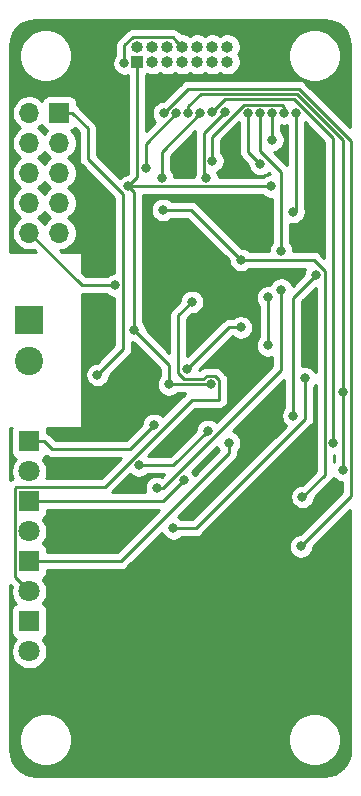
<source format=gbr>
%TF.GenerationSoftware,KiCad,Pcbnew,5.1.5+dfsg1-2build2*%
%TF.CreationDate,2021-11-04T20:27:07+01:00*%
%TF.ProjectId,ebus-adapter,65627573-2d61-4646-9170-7465722e6b69,rev?*%
%TF.SameCoordinates,Original*%
%TF.FileFunction,Copper,L2,Bot*%
%TF.FilePolarity,Positive*%
%FSLAX46Y46*%
G04 Gerber Fmt 4.6, Leading zero omitted, Abs format (unit mm)*
G04 Created by KiCad (PCBNEW 5.1.5+dfsg1-2build2) date 2021-11-04 20:27:07*
%MOMM*%
%LPD*%
G04 APERTURE LIST*
%TA.AperFunction,ComponentPad*%
%ADD10O,1.000000X1.000000*%
%TD*%
%TA.AperFunction,ComponentPad*%
%ADD11R,1.000000X1.000000*%
%TD*%
%TA.AperFunction,ComponentPad*%
%ADD12O,1.700000X1.700000*%
%TD*%
%TA.AperFunction,ComponentPad*%
%ADD13R,1.700000X1.700000*%
%TD*%
%TA.AperFunction,ComponentPad*%
%ADD14C,2.400000*%
%TD*%
%TA.AperFunction,ComponentPad*%
%ADD15R,2.400000X2.400000*%
%TD*%
%TA.AperFunction,ComponentPad*%
%ADD16C,1.800000*%
%TD*%
%TA.AperFunction,ComponentPad*%
%ADD17R,1.800000X1.800000*%
%TD*%
%TA.AperFunction,ViaPad*%
%ADD18C,0.800000*%
%TD*%
%TA.AperFunction,Conductor*%
%ADD19C,0.250000*%
%TD*%
%TA.AperFunction,NonConductor*%
%ADD20C,0.254000*%
%TD*%
G04 APERTURE END LIST*
D10*
%TO.P,J8,14*%
%TO.N,MP7*%
X82296000Y-85979000D03*
%TO.P,J8,13*%
%TO.N,MP13*%
X82296000Y-87249000D03*
%TO.P,J8,12*%
%TO.N,MP6*%
X81026000Y-85979000D03*
%TO.P,J8,11*%
%TO.N,MP12*%
X81026000Y-87249000D03*
%TO.P,J8,10*%
%TO.N,MP5*%
X79756000Y-85979000D03*
%TO.P,J8,9*%
%TO.N,MP11*%
X79756000Y-87249000D03*
%TO.P,J8,8*%
%TO.N,MP4*%
X78486000Y-85979000D03*
%TO.P,J8,7*%
%TO.N,MP10*%
X78486000Y-87249000D03*
%TO.P,J8,6*%
%TO.N,MP3*%
X77216000Y-85979000D03*
%TO.P,J8,5*%
%TO.N,MP9*%
X77216000Y-87249000D03*
%TO.P,J8,4*%
%TO.N,N/C*%
X75946000Y-85979000D03*
%TO.P,J8,3*%
%TO.N,MP4*%
X75946000Y-87249000D03*
%TO.P,J8,2*%
%TO.N,MP1*%
X74676000Y-85979000D03*
D11*
%TO.P,J8,1*%
%TO.N,GNDD*%
X74676000Y-87249000D03*
%TD*%
D12*
%TO.P,J3,10*%
%TO.N,TX*%
X65532000Y-101727000D03*
%TO.P,J3,9*%
%TO.N,N/C*%
X68072000Y-101727000D03*
%TO.P,J3,8*%
%TO.N,RX*%
X65532000Y-99187000D03*
%TO.P,J3,7*%
%TO.N,N/C*%
X68072000Y-99187000D03*
%TO.P,J3,6*%
%TO.N,GNDREF*%
X65532000Y-96647000D03*
%TO.P,J3,5*%
%TO.N,N/C*%
X68072000Y-96647000D03*
%TO.P,J3,4*%
X65532000Y-94107000D03*
%TO.P,J3,3*%
X68072000Y-94107000D03*
%TO.P,J3,2*%
X65532000Y-91567000D03*
D13*
%TO.P,J3,1*%
%TO.N,+3V3*%
X68072000Y-91567000D03*
%TD*%
D14*
%TO.P,J1,2*%
%TO.N,+24V*%
X65532000Y-112593000D03*
D15*
%TO.P,J1,1*%
%TO.N,Net-(D3-Pad3)*%
X65532000Y-109093000D03*
%TD*%
D16*
%TO.P,D6,2*%
%TO.N,Net-(D6-Pad2)*%
X65532000Y-121920000D03*
D17*
%TO.P,D6,1*%
%TO.N,GNDREF*%
X65532000Y-119380000D03*
%TD*%
D16*
%TO.P,D5,2*%
%TO.N,Net-(D5-Pad2)*%
X65532000Y-137160000D03*
D17*
%TO.P,D5,1*%
%TO.N,GNDD*%
X65532000Y-134620000D03*
%TD*%
D16*
%TO.P,D4,2*%
%TO.N,Net-(D4-Pad2)*%
X65532000Y-127000000D03*
D17*
%TO.P,D4,1*%
%TO.N,RX*%
X65532000Y-124460000D03*
%TD*%
D16*
%TO.P,D2,2*%
%TO.N,MP11*%
X65532000Y-132080000D03*
D17*
%TO.P,D2,1*%
%TO.N,MP12*%
X65532000Y-129540000D03*
%TD*%
D18*
%TO.N,GNDD*%
X85979000Y-97790000D03*
X73914000Y-97790000D03*
X77343000Y-114554000D03*
X80899000Y-114554000D03*
X89810010Y-105283000D03*
X87884000Y-117221000D03*
X74422000Y-109982000D03*
%TO.N,SIGNAL*%
X83439000Y-109728000D03*
X78867000Y-113284000D03*
%TO.N,GNDREF*%
X76066653Y-117989347D03*
%TO.N,+3V3*%
X71299007Y-113750250D03*
%TO.N,RX*%
X78613000Y-122682000D03*
%TO.N,TX*%
X72771000Y-106172000D03*
%TO.N,MP1*%
X76927862Y-91601138D03*
X88519000Y-128270000D03*
%TO.N,MP5*%
X77724000Y-126746000D03*
X88900000Y-114046000D03*
X86074006Y-91604980D03*
X86106000Y-93853000D03*
%TO.N,MP6*%
X85074003Y-91604980D03*
X86849999Y-103288000D03*
X86854847Y-106539847D03*
X76327000Y-123317000D03*
%TO.N,MP11*%
X80010000Y-91604980D03*
X76745720Y-97065000D03*
X79295001Y-107569000D03*
%TO.N,MP12*%
X82423000Y-119507000D03*
X81028861Y-91526505D03*
X91260011Y-119507000D03*
%TO.N,MP13*%
X74803000Y-121412000D03*
X80645000Y-118491000D03*
X82072346Y-91508326D03*
X80518000Y-97065000D03*
%TO.N,MP10*%
X78997346Y-91592329D03*
X92060029Y-115189000D03*
X92060029Y-121793000D03*
%TO.N,MP9*%
X88646000Y-124079000D03*
X83460010Y-104013000D03*
X77978000Y-91604980D03*
X75401000Y-96266000D03*
X76835000Y-99775998D03*
%TO.N,MP4*%
X87074009Y-91604980D03*
X81026000Y-95631000D03*
X73575998Y-87376000D03*
%TO.N,MP7*%
X85725000Y-111252000D03*
X85725000Y-107188000D03*
X84074000Y-91604980D03*
X85090000Y-95905010D03*
%TO.N,MP3*%
X88074012Y-91604980D03*
X87884000Y-99949000D03*
%TD*%
D19*
%TO.N,GNDD*%
X85979000Y-97790000D02*
X73914000Y-97790000D01*
X77343000Y-114554000D02*
X80899000Y-114554000D01*
X87884000Y-107209010D02*
X87884000Y-117221000D01*
X89810010Y-105283000D02*
X87884000Y-107209010D01*
X77343000Y-112903000D02*
X74422000Y-109982000D01*
X77343000Y-114554000D02*
X77343000Y-112903000D01*
X74422000Y-98298000D02*
X73914000Y-97790000D01*
X74422000Y-109982000D02*
X74422000Y-98298000D01*
X74676000Y-97028000D02*
X73914000Y-97790000D01*
X74676000Y-87249000D02*
X74676000Y-97028000D01*
%TO.N,SIGNAL*%
X82423000Y-109728000D02*
X78867000Y-113284000D01*
X83439000Y-109728000D02*
X82423000Y-109728000D01*
%TO.N,GNDREF*%
X76066653Y-117989347D02*
X74041000Y-120015000D01*
X74041000Y-120015000D02*
X67437000Y-120015000D01*
X66802000Y-119380000D02*
X65532000Y-119380000D01*
X67437000Y-120015000D02*
X66802000Y-119380000D01*
%TO.N,+3V3*%
X73496001Y-98445003D02*
X70485000Y-95434002D01*
X73496001Y-111553256D02*
X73496001Y-98445003D01*
X71299007Y-113750250D02*
X73496001Y-111553256D01*
X69172000Y-91567000D02*
X68072000Y-91567000D01*
X70485000Y-92880000D02*
X69172000Y-91567000D01*
X70485000Y-95434002D02*
X70485000Y-92880000D01*
%TO.N,RX*%
X76835000Y-124460000D02*
X78613000Y-122682000D01*
X65532000Y-124460000D02*
X76835000Y-124460000D01*
%TO.N,TX*%
X69977000Y-106172000D02*
X65532000Y-101727000D01*
X72771000Y-106172000D02*
X69977000Y-106172000D01*
%TO.N,MP1*%
X92785030Y-124003970D02*
X88519000Y-128270000D01*
X92785030Y-93970176D02*
X92785030Y-124003970D01*
X88344805Y-89529951D02*
X92785030Y-93970176D01*
X78999049Y-89529951D02*
X88344805Y-89529951D01*
X76927862Y-91601138D02*
X78999049Y-89529951D01*
%TO.N,MP5*%
X88900000Y-117475000D02*
X88900000Y-114046000D01*
X79629000Y-126746000D02*
X77724000Y-126746000D01*
X88900000Y-117475000D02*
X79629000Y-126746000D01*
X86074006Y-93821006D02*
X86106000Y-93853000D01*
X86074006Y-91604980D02*
X86074006Y-93821006D01*
%TO.N,MP6*%
X86849999Y-96592007D02*
X86849999Y-103288000D01*
X85074003Y-94816011D02*
X86849999Y-96592007D01*
X85074003Y-91604980D02*
X85074003Y-94816011D01*
X76892002Y-123317000D02*
X76327000Y-123317000D01*
X86854847Y-113354155D02*
X76892002Y-123317000D01*
X86854847Y-106539847D02*
X86854847Y-113354155D01*
%TO.N,MP11*%
X76745720Y-94869260D02*
X76745720Y-97065000D01*
X80010000Y-91604980D02*
X76745720Y-94869260D01*
X71906999Y-123234999D02*
X64371999Y-123234999D01*
X64632001Y-131180001D02*
X65532000Y-132080000D01*
X81624001Y-115860999D02*
X79280999Y-115860999D01*
X64306999Y-130854999D02*
X64632001Y-131180001D01*
X81624001Y-114205999D02*
X81624001Y-115860999D01*
X81247001Y-113828999D02*
X81624001Y-114205999D01*
X79280999Y-115860999D02*
X71906999Y-123234999D01*
X80550999Y-113828999D02*
X81247001Y-113828999D01*
X80276008Y-114103990D02*
X80550999Y-113828999D01*
X64371999Y-123234999D02*
X64306999Y-123299999D01*
X78613988Y-114103990D02*
X80276008Y-114103990D01*
X78141999Y-113632001D02*
X78613988Y-114103990D01*
X64306999Y-123299999D02*
X64306999Y-130854999D01*
X78141999Y-108722002D02*
X78141999Y-113632001D01*
X79295001Y-107569000D02*
X78141999Y-108722002D01*
%TO.N,MP12*%
X65532000Y-129540000D02*
X73279000Y-129540000D01*
X82423000Y-120396000D02*
X82423000Y-119507000D01*
X73279000Y-129540000D02*
X82423000Y-120396000D01*
X91260011Y-93717977D02*
X91260011Y-119507000D01*
X87972004Y-90429970D02*
X91260011Y-93717977D01*
X82125396Y-90429970D02*
X87972004Y-90429970D01*
X81028861Y-91526505D02*
X82125396Y-90429970D01*
%TO.N,MP13*%
X77724000Y-121412000D02*
X80645000Y-118491000D01*
X74803000Y-121412000D02*
X77724000Y-121412000D01*
X80300999Y-96847999D02*
X80518000Y-97065000D01*
X80300999Y-93279673D02*
X80300999Y-96847999D01*
X82072346Y-91508326D02*
X80300999Y-93279673D01*
%TO.N,MP10*%
X80044030Y-89979960D02*
X88158404Y-89979960D01*
X78997346Y-91026644D02*
X80044030Y-89979960D01*
X78997346Y-91592329D02*
X78997346Y-91026644D01*
X92060029Y-93881585D02*
X92060029Y-115189000D01*
X88158404Y-89979960D02*
X92060029Y-93881585D01*
X92060029Y-115189000D02*
X92060029Y-121793000D01*
%TO.N,MP9*%
X89613012Y-104013000D02*
X83460010Y-104013000D01*
X90535011Y-104934999D02*
X89613012Y-104013000D01*
X90535011Y-122189989D02*
X90535011Y-104934999D01*
X88646000Y-124079000D02*
X90535011Y-122189989D01*
X75401000Y-94181980D02*
X75401000Y-96266000D01*
X77978000Y-91604980D02*
X75401000Y-94181980D01*
X79223008Y-99775998D02*
X83460010Y-104013000D01*
X76835000Y-99775998D02*
X79223008Y-99775998D01*
%TO.N,MP4*%
X81026000Y-93579978D02*
X81026000Y-95631000D01*
X86914693Y-90879979D02*
X83725999Y-90879979D01*
X87074009Y-91039295D02*
X86914693Y-90879979D01*
X83725999Y-90879979D02*
X81026000Y-93579978D01*
X87074009Y-91604980D02*
X87074009Y-91039295D01*
X77986001Y-85479001D02*
X78486000Y-85979000D01*
X77660999Y-85153999D02*
X77986001Y-85479001D01*
X74279999Y-85153999D02*
X77660999Y-85153999D01*
X73575998Y-85858000D02*
X74279999Y-85153999D01*
X73575998Y-87376000D02*
X73575998Y-85858000D01*
%TO.N,MP7*%
X85725000Y-111252000D02*
X85725000Y-107188000D01*
X84074000Y-94889010D02*
X85090000Y-95905010D01*
X84074000Y-91604980D02*
X84074000Y-94889010D01*
%TO.N,MP3*%
X88074012Y-99758988D02*
X87884000Y-99949000D01*
X88074012Y-91604980D02*
X88074012Y-99758988D01*
%TD*%
D20*
G36*
X89775011Y-121875187D02*
G01*
X88606199Y-123044000D01*
X88544061Y-123044000D01*
X88344102Y-123083774D01*
X88155744Y-123161795D01*
X87986226Y-123275063D01*
X87842063Y-123419226D01*
X87728795Y-123588744D01*
X87650774Y-123777102D01*
X87611000Y-123977061D01*
X87611000Y-124180939D01*
X87650774Y-124380898D01*
X87728795Y-124569256D01*
X87842063Y-124738774D01*
X87986226Y-124882937D01*
X88155744Y-124996205D01*
X88344102Y-125074226D01*
X88544061Y-125114000D01*
X88747939Y-125114000D01*
X88947898Y-125074226D01*
X89136256Y-124996205D01*
X89305774Y-124882937D01*
X89449937Y-124738774D01*
X89563205Y-124569256D01*
X89641226Y-124380898D01*
X89681000Y-124180939D01*
X89681000Y-124118801D01*
X91046015Y-122753787D01*
X91075012Y-122729990D01*
X91114375Y-122682026D01*
X91169985Y-122614266D01*
X91240557Y-122482236D01*
X91249494Y-122452774D01*
X91251554Y-122445983D01*
X91256092Y-122452774D01*
X91400255Y-122596937D01*
X91569773Y-122710205D01*
X91758131Y-122788226D01*
X91958090Y-122828000D01*
X92025031Y-122828000D01*
X92025031Y-123689166D01*
X88479199Y-127235000D01*
X88417061Y-127235000D01*
X88217102Y-127274774D01*
X88028744Y-127352795D01*
X87859226Y-127466063D01*
X87715063Y-127610226D01*
X87601795Y-127779744D01*
X87523774Y-127968102D01*
X87484000Y-128168061D01*
X87484000Y-128371939D01*
X87523774Y-128571898D01*
X87601795Y-128760256D01*
X87715063Y-128929774D01*
X87859226Y-129073937D01*
X88028744Y-129187205D01*
X88217102Y-129265226D01*
X88417061Y-129305000D01*
X88620939Y-129305000D01*
X88820898Y-129265226D01*
X89009256Y-129187205D01*
X89178774Y-129073937D01*
X89322937Y-128929774D01*
X89436205Y-128760256D01*
X89514226Y-128571898D01*
X89554000Y-128371939D01*
X89554000Y-128309801D01*
X92685000Y-125178802D01*
X92685000Y-145509722D01*
X92641254Y-145955882D01*
X92521055Y-146353999D01*
X92325819Y-146721185D01*
X92062977Y-147043461D01*
X91742548Y-147308542D01*
X91376731Y-147506339D01*
X90979461Y-147629314D01*
X90535274Y-147676000D01*
X66072278Y-147676000D01*
X65626118Y-147632254D01*
X65228001Y-147512055D01*
X64860815Y-147316819D01*
X64538539Y-147053977D01*
X64273458Y-146733548D01*
X64075661Y-146367731D01*
X63952686Y-145970461D01*
X63906000Y-145526274D01*
X63906000Y-144432872D01*
X64694000Y-144432872D01*
X64694000Y-144873128D01*
X64779890Y-145304925D01*
X64948369Y-145711669D01*
X65192962Y-146077729D01*
X65504271Y-146389038D01*
X65870331Y-146633631D01*
X66277075Y-146802110D01*
X66708872Y-146888000D01*
X67149128Y-146888000D01*
X67580925Y-146802110D01*
X67987669Y-146633631D01*
X68353729Y-146389038D01*
X68665038Y-146077729D01*
X68909631Y-145711669D01*
X69078110Y-145304925D01*
X69164000Y-144873128D01*
X69164000Y-144432872D01*
X87427000Y-144432872D01*
X87427000Y-144873128D01*
X87512890Y-145304925D01*
X87681369Y-145711669D01*
X87925962Y-146077729D01*
X88237271Y-146389038D01*
X88603331Y-146633631D01*
X89010075Y-146802110D01*
X89441872Y-146888000D01*
X89882128Y-146888000D01*
X90313925Y-146802110D01*
X90720669Y-146633631D01*
X91086729Y-146389038D01*
X91398038Y-146077729D01*
X91642631Y-145711669D01*
X91811110Y-145304925D01*
X91897000Y-144873128D01*
X91897000Y-144432872D01*
X91811110Y-144001075D01*
X91642631Y-143594331D01*
X91398038Y-143228271D01*
X91086729Y-142916962D01*
X90720669Y-142672369D01*
X90313925Y-142503890D01*
X89882128Y-142418000D01*
X89441872Y-142418000D01*
X89010075Y-142503890D01*
X88603331Y-142672369D01*
X88237271Y-142916962D01*
X87925962Y-143228271D01*
X87681369Y-143594331D01*
X87512890Y-144001075D01*
X87427000Y-144432872D01*
X69164000Y-144432872D01*
X69078110Y-144001075D01*
X68909631Y-143594331D01*
X68665038Y-143228271D01*
X68353729Y-142916962D01*
X67987669Y-142672369D01*
X67580925Y-142503890D01*
X67149128Y-142418000D01*
X66708872Y-142418000D01*
X66277075Y-142503890D01*
X65870331Y-142672369D01*
X65504271Y-142916962D01*
X65192962Y-143228271D01*
X64948369Y-143594331D01*
X64779890Y-144001075D01*
X64694000Y-144432872D01*
X63906000Y-144432872D01*
X63906000Y-131528801D01*
X64048269Y-131671070D01*
X63997000Y-131928816D01*
X63997000Y-132231184D01*
X64055989Y-132527743D01*
X64171701Y-132807095D01*
X64339688Y-133058505D01*
X64406127Y-133124944D01*
X64387820Y-133130498D01*
X64277506Y-133189463D01*
X64180815Y-133268815D01*
X64101463Y-133365506D01*
X64042498Y-133475820D01*
X64006188Y-133595518D01*
X63993928Y-133720000D01*
X63993928Y-135520000D01*
X64006188Y-135644482D01*
X64042498Y-135764180D01*
X64101463Y-135874494D01*
X64180815Y-135971185D01*
X64277506Y-136050537D01*
X64387820Y-136109502D01*
X64406127Y-136115056D01*
X64339688Y-136181495D01*
X64171701Y-136432905D01*
X64055989Y-136712257D01*
X63997000Y-137008816D01*
X63997000Y-137311184D01*
X64055989Y-137607743D01*
X64171701Y-137887095D01*
X64339688Y-138138505D01*
X64553495Y-138352312D01*
X64804905Y-138520299D01*
X65084257Y-138636011D01*
X65380816Y-138695000D01*
X65683184Y-138695000D01*
X65979743Y-138636011D01*
X66259095Y-138520299D01*
X66510505Y-138352312D01*
X66724312Y-138138505D01*
X66892299Y-137887095D01*
X67008011Y-137607743D01*
X67067000Y-137311184D01*
X67067000Y-137008816D01*
X67008011Y-136712257D01*
X66892299Y-136432905D01*
X66724312Y-136181495D01*
X66657873Y-136115056D01*
X66676180Y-136109502D01*
X66786494Y-136050537D01*
X66883185Y-135971185D01*
X66962537Y-135874494D01*
X67021502Y-135764180D01*
X67057812Y-135644482D01*
X67070072Y-135520000D01*
X67070072Y-133720000D01*
X67057812Y-133595518D01*
X67021502Y-133475820D01*
X66962537Y-133365506D01*
X66883185Y-133268815D01*
X66786494Y-133189463D01*
X66676180Y-133130498D01*
X66657873Y-133124944D01*
X66724312Y-133058505D01*
X66892299Y-132807095D01*
X67008011Y-132527743D01*
X67067000Y-132231184D01*
X67067000Y-131928816D01*
X67008011Y-131632257D01*
X66892299Y-131352905D01*
X66724312Y-131101495D01*
X66657873Y-131035056D01*
X66676180Y-131029502D01*
X66786494Y-130970537D01*
X66883185Y-130891185D01*
X66962537Y-130794494D01*
X67021502Y-130684180D01*
X67057812Y-130564482D01*
X67070072Y-130440000D01*
X67070072Y-130300000D01*
X73241678Y-130300000D01*
X73279000Y-130303676D01*
X73316322Y-130300000D01*
X73316333Y-130300000D01*
X73427986Y-130289003D01*
X73571247Y-130245546D01*
X73703276Y-130174974D01*
X73819001Y-130080001D01*
X73842804Y-130050997D01*
X76763081Y-127130721D01*
X76806795Y-127236256D01*
X76920063Y-127405774D01*
X77064226Y-127549937D01*
X77233744Y-127663205D01*
X77422102Y-127741226D01*
X77622061Y-127781000D01*
X77825939Y-127781000D01*
X78025898Y-127741226D01*
X78214256Y-127663205D01*
X78383774Y-127549937D01*
X78427711Y-127506000D01*
X79591678Y-127506000D01*
X79629000Y-127509676D01*
X79666322Y-127506000D01*
X79666333Y-127506000D01*
X79777986Y-127495003D01*
X79921247Y-127451546D01*
X80053276Y-127380974D01*
X80169001Y-127286001D01*
X80192804Y-127256997D01*
X89411004Y-118038798D01*
X89440001Y-118015001D01*
X89512057Y-117927201D01*
X89534974Y-117899277D01*
X89605546Y-117767247D01*
X89626824Y-117697101D01*
X89649003Y-117623986D01*
X89660000Y-117512333D01*
X89660000Y-117512323D01*
X89663676Y-117475000D01*
X89660000Y-117437677D01*
X89660000Y-114749711D01*
X89703937Y-114705774D01*
X89775011Y-114599403D01*
X89775011Y-121875187D01*
G37*
X89775011Y-121875187D02*
X88606199Y-123044000D01*
X88544061Y-123044000D01*
X88344102Y-123083774D01*
X88155744Y-123161795D01*
X87986226Y-123275063D01*
X87842063Y-123419226D01*
X87728795Y-123588744D01*
X87650774Y-123777102D01*
X87611000Y-123977061D01*
X87611000Y-124180939D01*
X87650774Y-124380898D01*
X87728795Y-124569256D01*
X87842063Y-124738774D01*
X87986226Y-124882937D01*
X88155744Y-124996205D01*
X88344102Y-125074226D01*
X88544061Y-125114000D01*
X88747939Y-125114000D01*
X88947898Y-125074226D01*
X89136256Y-124996205D01*
X89305774Y-124882937D01*
X89449937Y-124738774D01*
X89563205Y-124569256D01*
X89641226Y-124380898D01*
X89681000Y-124180939D01*
X89681000Y-124118801D01*
X91046015Y-122753787D01*
X91075012Y-122729990D01*
X91114375Y-122682026D01*
X91169985Y-122614266D01*
X91240557Y-122482236D01*
X91249494Y-122452774D01*
X91251554Y-122445983D01*
X91256092Y-122452774D01*
X91400255Y-122596937D01*
X91569773Y-122710205D01*
X91758131Y-122788226D01*
X91958090Y-122828000D01*
X92025031Y-122828000D01*
X92025031Y-123689166D01*
X88479199Y-127235000D01*
X88417061Y-127235000D01*
X88217102Y-127274774D01*
X88028744Y-127352795D01*
X87859226Y-127466063D01*
X87715063Y-127610226D01*
X87601795Y-127779744D01*
X87523774Y-127968102D01*
X87484000Y-128168061D01*
X87484000Y-128371939D01*
X87523774Y-128571898D01*
X87601795Y-128760256D01*
X87715063Y-128929774D01*
X87859226Y-129073937D01*
X88028744Y-129187205D01*
X88217102Y-129265226D01*
X88417061Y-129305000D01*
X88620939Y-129305000D01*
X88820898Y-129265226D01*
X89009256Y-129187205D01*
X89178774Y-129073937D01*
X89322937Y-128929774D01*
X89436205Y-128760256D01*
X89514226Y-128571898D01*
X89554000Y-128371939D01*
X89554000Y-128309801D01*
X92685000Y-125178802D01*
X92685000Y-145509722D01*
X92641254Y-145955882D01*
X92521055Y-146353999D01*
X92325819Y-146721185D01*
X92062977Y-147043461D01*
X91742548Y-147308542D01*
X91376731Y-147506339D01*
X90979461Y-147629314D01*
X90535274Y-147676000D01*
X66072278Y-147676000D01*
X65626118Y-147632254D01*
X65228001Y-147512055D01*
X64860815Y-147316819D01*
X64538539Y-147053977D01*
X64273458Y-146733548D01*
X64075661Y-146367731D01*
X63952686Y-145970461D01*
X63906000Y-145526274D01*
X63906000Y-144432872D01*
X64694000Y-144432872D01*
X64694000Y-144873128D01*
X64779890Y-145304925D01*
X64948369Y-145711669D01*
X65192962Y-146077729D01*
X65504271Y-146389038D01*
X65870331Y-146633631D01*
X66277075Y-146802110D01*
X66708872Y-146888000D01*
X67149128Y-146888000D01*
X67580925Y-146802110D01*
X67987669Y-146633631D01*
X68353729Y-146389038D01*
X68665038Y-146077729D01*
X68909631Y-145711669D01*
X69078110Y-145304925D01*
X69164000Y-144873128D01*
X69164000Y-144432872D01*
X87427000Y-144432872D01*
X87427000Y-144873128D01*
X87512890Y-145304925D01*
X87681369Y-145711669D01*
X87925962Y-146077729D01*
X88237271Y-146389038D01*
X88603331Y-146633631D01*
X89010075Y-146802110D01*
X89441872Y-146888000D01*
X89882128Y-146888000D01*
X90313925Y-146802110D01*
X90720669Y-146633631D01*
X91086729Y-146389038D01*
X91398038Y-146077729D01*
X91642631Y-145711669D01*
X91811110Y-145304925D01*
X91897000Y-144873128D01*
X91897000Y-144432872D01*
X91811110Y-144001075D01*
X91642631Y-143594331D01*
X91398038Y-143228271D01*
X91086729Y-142916962D01*
X90720669Y-142672369D01*
X90313925Y-142503890D01*
X89882128Y-142418000D01*
X89441872Y-142418000D01*
X89010075Y-142503890D01*
X88603331Y-142672369D01*
X88237271Y-142916962D01*
X87925962Y-143228271D01*
X87681369Y-143594331D01*
X87512890Y-144001075D01*
X87427000Y-144432872D01*
X69164000Y-144432872D01*
X69078110Y-144001075D01*
X68909631Y-143594331D01*
X68665038Y-143228271D01*
X68353729Y-142916962D01*
X67987669Y-142672369D01*
X67580925Y-142503890D01*
X67149128Y-142418000D01*
X66708872Y-142418000D01*
X66277075Y-142503890D01*
X65870331Y-142672369D01*
X65504271Y-142916962D01*
X65192962Y-143228271D01*
X64948369Y-143594331D01*
X64779890Y-144001075D01*
X64694000Y-144432872D01*
X63906000Y-144432872D01*
X63906000Y-131528801D01*
X64048269Y-131671070D01*
X63997000Y-131928816D01*
X63997000Y-132231184D01*
X64055989Y-132527743D01*
X64171701Y-132807095D01*
X64339688Y-133058505D01*
X64406127Y-133124944D01*
X64387820Y-133130498D01*
X64277506Y-133189463D01*
X64180815Y-133268815D01*
X64101463Y-133365506D01*
X64042498Y-133475820D01*
X64006188Y-133595518D01*
X63993928Y-133720000D01*
X63993928Y-135520000D01*
X64006188Y-135644482D01*
X64042498Y-135764180D01*
X64101463Y-135874494D01*
X64180815Y-135971185D01*
X64277506Y-136050537D01*
X64387820Y-136109502D01*
X64406127Y-136115056D01*
X64339688Y-136181495D01*
X64171701Y-136432905D01*
X64055989Y-136712257D01*
X63997000Y-137008816D01*
X63997000Y-137311184D01*
X64055989Y-137607743D01*
X64171701Y-137887095D01*
X64339688Y-138138505D01*
X64553495Y-138352312D01*
X64804905Y-138520299D01*
X65084257Y-138636011D01*
X65380816Y-138695000D01*
X65683184Y-138695000D01*
X65979743Y-138636011D01*
X66259095Y-138520299D01*
X66510505Y-138352312D01*
X66724312Y-138138505D01*
X66892299Y-137887095D01*
X67008011Y-137607743D01*
X67067000Y-137311184D01*
X67067000Y-137008816D01*
X67008011Y-136712257D01*
X66892299Y-136432905D01*
X66724312Y-136181495D01*
X66657873Y-136115056D01*
X66676180Y-136109502D01*
X66786494Y-136050537D01*
X66883185Y-135971185D01*
X66962537Y-135874494D01*
X67021502Y-135764180D01*
X67057812Y-135644482D01*
X67070072Y-135520000D01*
X67070072Y-133720000D01*
X67057812Y-133595518D01*
X67021502Y-133475820D01*
X66962537Y-133365506D01*
X66883185Y-133268815D01*
X66786494Y-133189463D01*
X66676180Y-133130498D01*
X66657873Y-133124944D01*
X66724312Y-133058505D01*
X66892299Y-132807095D01*
X67008011Y-132527743D01*
X67067000Y-132231184D01*
X67067000Y-131928816D01*
X67008011Y-131632257D01*
X66892299Y-131352905D01*
X66724312Y-131101495D01*
X66657873Y-131035056D01*
X66676180Y-131029502D01*
X66786494Y-130970537D01*
X66883185Y-130891185D01*
X66962537Y-130794494D01*
X67021502Y-130684180D01*
X67057812Y-130564482D01*
X67070072Y-130440000D01*
X67070072Y-130300000D01*
X73241678Y-130300000D01*
X73279000Y-130303676D01*
X73316322Y-130300000D01*
X73316333Y-130300000D01*
X73427986Y-130289003D01*
X73571247Y-130245546D01*
X73703276Y-130174974D01*
X73819001Y-130080001D01*
X73842804Y-130050997D01*
X76763081Y-127130721D01*
X76806795Y-127236256D01*
X76920063Y-127405774D01*
X77064226Y-127549937D01*
X77233744Y-127663205D01*
X77422102Y-127741226D01*
X77622061Y-127781000D01*
X77825939Y-127781000D01*
X78025898Y-127741226D01*
X78214256Y-127663205D01*
X78383774Y-127549937D01*
X78427711Y-127506000D01*
X79591678Y-127506000D01*
X79629000Y-127509676D01*
X79666322Y-127506000D01*
X79666333Y-127506000D01*
X79777986Y-127495003D01*
X79921247Y-127451546D01*
X80053276Y-127380974D01*
X80169001Y-127286001D01*
X80192804Y-127256997D01*
X89411004Y-118038798D01*
X89440001Y-118015001D01*
X89512057Y-117927201D01*
X89534974Y-117899277D01*
X89605546Y-117767247D01*
X89626824Y-117697101D01*
X89649003Y-117623986D01*
X89660000Y-117512333D01*
X89660000Y-117512323D01*
X89663676Y-117475000D01*
X89660000Y-117437677D01*
X89660000Y-114749711D01*
X89703937Y-114705774D01*
X89775011Y-114599403D01*
X89775011Y-121875187D01*
G36*
X72964199Y-128780000D02*
G01*
X67070072Y-128780000D01*
X67070072Y-128640000D01*
X67057812Y-128515518D01*
X67021502Y-128395820D01*
X66962537Y-128285506D01*
X66883185Y-128188815D01*
X66786494Y-128109463D01*
X66676180Y-128050498D01*
X66657873Y-128044944D01*
X66724312Y-127978505D01*
X66892299Y-127727095D01*
X67008011Y-127447743D01*
X67067000Y-127151184D01*
X67067000Y-126848816D01*
X67008011Y-126552257D01*
X66892299Y-126272905D01*
X66724312Y-126021495D01*
X66657873Y-125955056D01*
X66676180Y-125949502D01*
X66786494Y-125890537D01*
X66883185Y-125811185D01*
X66962537Y-125714494D01*
X67021502Y-125604180D01*
X67057812Y-125484482D01*
X67070072Y-125360000D01*
X67070072Y-125220000D01*
X76524199Y-125220000D01*
X72964199Y-128780000D01*
G37*
X72964199Y-128780000D02*
X67070072Y-128780000D01*
X67070072Y-128640000D01*
X67057812Y-128515518D01*
X67021502Y-128395820D01*
X66962537Y-128285506D01*
X66883185Y-128188815D01*
X66786494Y-128109463D01*
X66676180Y-128050498D01*
X66657873Y-128044944D01*
X66724312Y-127978505D01*
X66892299Y-127727095D01*
X67008011Y-127447743D01*
X67067000Y-127151184D01*
X67067000Y-126848816D01*
X67008011Y-126552257D01*
X66892299Y-126272905D01*
X66724312Y-126021495D01*
X66657873Y-125955056D01*
X66676180Y-125949502D01*
X66786494Y-125890537D01*
X66883185Y-125811185D01*
X66962537Y-125714494D01*
X67021502Y-125604180D01*
X67057812Y-125484482D01*
X67070072Y-125360000D01*
X67070072Y-125220000D01*
X76524199Y-125220000D01*
X72964199Y-128780000D01*
G36*
X87124001Y-116517288D02*
G01*
X87080063Y-116561226D01*
X86966795Y-116730744D01*
X86888774Y-116919102D01*
X86849000Y-117119061D01*
X86849000Y-117322939D01*
X86888774Y-117522898D01*
X86966795Y-117711256D01*
X87080063Y-117880774D01*
X87224226Y-118024937D01*
X87254819Y-118045379D01*
X79314199Y-125986000D01*
X78427711Y-125986000D01*
X78383774Y-125942063D01*
X78214256Y-125828795D01*
X78108721Y-125785081D01*
X82934004Y-120959798D01*
X82963001Y-120936001D01*
X83057974Y-120820276D01*
X83128546Y-120688247D01*
X83172003Y-120544986D01*
X83183000Y-120433333D01*
X83183000Y-120433323D01*
X83186676Y-120396000D01*
X83183000Y-120358677D01*
X83183000Y-120210711D01*
X83226937Y-120166774D01*
X83340205Y-119997256D01*
X83418226Y-119808898D01*
X83458000Y-119608939D01*
X83458000Y-119405061D01*
X83418226Y-119205102D01*
X83340205Y-119016744D01*
X83226937Y-118847226D01*
X83082774Y-118703063D01*
X82913256Y-118589795D01*
X82758225Y-118525579D01*
X87124001Y-114159803D01*
X87124001Y-116517288D01*
G37*
X87124001Y-116517288D02*
X87080063Y-116561226D01*
X86966795Y-116730744D01*
X86888774Y-116919102D01*
X86849000Y-117119061D01*
X86849000Y-117322939D01*
X86888774Y-117522898D01*
X86966795Y-117711256D01*
X87080063Y-117880774D01*
X87224226Y-118024937D01*
X87254819Y-118045379D01*
X79314199Y-125986000D01*
X78427711Y-125986000D01*
X78383774Y-125942063D01*
X78214256Y-125828795D01*
X78108721Y-125785081D01*
X82934004Y-120959798D01*
X82963001Y-120936001D01*
X83057974Y-120820276D01*
X83128546Y-120688247D01*
X83172003Y-120544986D01*
X83183000Y-120433333D01*
X83183000Y-120433323D01*
X83186676Y-120396000D01*
X83183000Y-120358677D01*
X83183000Y-120210711D01*
X83226937Y-120166774D01*
X83340205Y-119997256D01*
X83418226Y-119808898D01*
X83458000Y-119608939D01*
X83458000Y-119405061D01*
X83418226Y-119205102D01*
X83340205Y-119016744D01*
X83226937Y-118847226D01*
X83082774Y-118703063D01*
X82913256Y-118589795D01*
X82758225Y-118525579D01*
X87124001Y-114159803D01*
X87124001Y-116517288D01*
G36*
X74143226Y-122215937D02*
G01*
X74312744Y-122329205D01*
X74501102Y-122407226D01*
X74701061Y-122447000D01*
X74904939Y-122447000D01*
X75104898Y-122407226D01*
X75293256Y-122329205D01*
X75462774Y-122215937D01*
X75506711Y-122172000D01*
X76962201Y-122172000D01*
X76758672Y-122375529D01*
X76628898Y-122321774D01*
X76428939Y-122282000D01*
X76225061Y-122282000D01*
X76025102Y-122321774D01*
X75836744Y-122399795D01*
X75667226Y-122513063D01*
X75523063Y-122657226D01*
X75409795Y-122826744D01*
X75331774Y-123015102D01*
X75292000Y-123215061D01*
X75292000Y-123418939D01*
X75331774Y-123618898D01*
X75365368Y-123700000D01*
X72516799Y-123700000D01*
X74072044Y-122144755D01*
X74143226Y-122215937D01*
G37*
X74143226Y-122215937D02*
X74312744Y-122329205D01*
X74501102Y-122407226D01*
X74701061Y-122447000D01*
X74904939Y-122447000D01*
X75104898Y-122407226D01*
X75293256Y-122329205D01*
X75462774Y-122215937D01*
X75506711Y-122172000D01*
X76962201Y-122172000D01*
X76758672Y-122375529D01*
X76628898Y-122321774D01*
X76428939Y-122282000D01*
X76225061Y-122282000D01*
X76025102Y-122321774D01*
X75836744Y-122399795D01*
X75667226Y-122513063D01*
X75523063Y-122657226D01*
X75409795Y-122826744D01*
X75331774Y-123015102D01*
X75292000Y-123215061D01*
X75292000Y-123418939D01*
X75331774Y-123618898D01*
X75365368Y-123700000D01*
X72516799Y-123700000D01*
X74072044Y-122144755D01*
X74143226Y-122215937D01*
G36*
X64006188Y-118355518D02*
G01*
X63993928Y-118480000D01*
X63993928Y-120280000D01*
X64006188Y-120404482D01*
X64042498Y-120524180D01*
X64101463Y-120634494D01*
X64180815Y-120731185D01*
X64277506Y-120810537D01*
X64387820Y-120869502D01*
X64406127Y-120875056D01*
X64339688Y-120941495D01*
X64171701Y-121192905D01*
X64055989Y-121472257D01*
X63997000Y-121768816D01*
X63997000Y-122071184D01*
X64055989Y-122367743D01*
X64118147Y-122517806D01*
X64079752Y-122529453D01*
X63947723Y-122600025D01*
X63906000Y-122634266D01*
X63906000Y-118237000D01*
X64042140Y-118237000D01*
X64006188Y-118355518D01*
G37*
X64006188Y-118355518D02*
X63993928Y-118480000D01*
X63993928Y-120280000D01*
X64006188Y-120404482D01*
X64042498Y-120524180D01*
X64101463Y-120634494D01*
X64180815Y-120731185D01*
X64277506Y-120810537D01*
X64387820Y-120869502D01*
X64406127Y-120875056D01*
X64339688Y-120941495D01*
X64171701Y-121192905D01*
X64055989Y-121472257D01*
X63997000Y-121768816D01*
X63997000Y-122071184D01*
X64055989Y-122367743D01*
X64118147Y-122517806D01*
X64079752Y-122529453D01*
X63947723Y-122600025D01*
X63906000Y-122634266D01*
X63906000Y-118237000D01*
X64042140Y-118237000D01*
X64006188Y-118355518D01*
G36*
X67012724Y-120649974D02*
G01*
X67144753Y-120720546D01*
X67288014Y-120764003D01*
X67437000Y-120778677D01*
X67474333Y-120775000D01*
X73292197Y-120775000D01*
X71592198Y-122474999D01*
X66963584Y-122474999D01*
X67008011Y-122367743D01*
X67067000Y-122071184D01*
X67067000Y-121768816D01*
X67008011Y-121472257D01*
X66892299Y-121192905D01*
X66724312Y-120941495D01*
X66657873Y-120875056D01*
X66676180Y-120869502D01*
X66786494Y-120810537D01*
X66883185Y-120731185D01*
X66962537Y-120634494D01*
X66972088Y-120616625D01*
X67012724Y-120649974D01*
G37*
X67012724Y-120649974D02*
X67144753Y-120720546D01*
X67288014Y-120764003D01*
X67437000Y-120778677D01*
X67474333Y-120775000D01*
X73292197Y-120775000D01*
X71592198Y-122474999D01*
X66963584Y-122474999D01*
X67008011Y-122367743D01*
X67067000Y-122071184D01*
X67067000Y-121768816D01*
X67008011Y-121472257D01*
X66892299Y-121192905D01*
X66724312Y-120941495D01*
X66657873Y-120875056D01*
X66676180Y-120869502D01*
X66786494Y-120810537D01*
X66883185Y-120731185D01*
X66962537Y-120634494D01*
X66972088Y-120616625D01*
X67012724Y-120649974D01*
G36*
X81505795Y-119997256D02*
G01*
X81602385Y-120141813D01*
X79536722Y-122207477D01*
X79530205Y-122191744D01*
X79416937Y-122022226D01*
X79339257Y-121944546D01*
X81441579Y-119842225D01*
X81505795Y-119997256D01*
G37*
X81505795Y-119997256D02*
X81602385Y-120141813D01*
X79536722Y-122207477D01*
X79530205Y-122191744D01*
X79416937Y-122022226D01*
X79339257Y-121944546D01*
X81441579Y-119842225D01*
X81505795Y-119997256D01*
G36*
X91300030Y-121089288D02*
G01*
X91295011Y-121094307D01*
X91295011Y-120542000D01*
X91300030Y-120542000D01*
X91300030Y-121089288D01*
G37*
X91300030Y-121089288D02*
X91295011Y-121094307D01*
X91295011Y-120542000D01*
X91300030Y-120542000D01*
X91300030Y-121089288D01*
G36*
X85319226Y-98593937D02*
G01*
X85488744Y-98707205D01*
X85677102Y-98785226D01*
X85877061Y-98825000D01*
X86080939Y-98825000D01*
X86089999Y-98823198D01*
X86090000Y-102584288D01*
X86046062Y-102628226D01*
X85932794Y-102797744D01*
X85854773Y-102986102D01*
X85814999Y-103186061D01*
X85814999Y-103253000D01*
X84163721Y-103253000D01*
X84119784Y-103209063D01*
X83950266Y-103095795D01*
X83761908Y-103017774D01*
X83561949Y-102978000D01*
X83499812Y-102978000D01*
X79786812Y-99265001D01*
X79763009Y-99235997D01*
X79647284Y-99141024D01*
X79515255Y-99070452D01*
X79371994Y-99026995D01*
X79260341Y-99015998D01*
X79260330Y-99015998D01*
X79223008Y-99012322D01*
X79185686Y-99015998D01*
X77538711Y-99015998D01*
X77494774Y-98972061D01*
X77325256Y-98858793D01*
X77136898Y-98780772D01*
X76936939Y-98740998D01*
X76733061Y-98740998D01*
X76533102Y-98780772D01*
X76344744Y-98858793D01*
X76175226Y-98972061D01*
X76031063Y-99116224D01*
X75917795Y-99285742D01*
X75839774Y-99474100D01*
X75800000Y-99674059D01*
X75800000Y-99877937D01*
X75839774Y-100077896D01*
X75917795Y-100266254D01*
X76031063Y-100435772D01*
X76175226Y-100579935D01*
X76344744Y-100693203D01*
X76533102Y-100771224D01*
X76733061Y-100810998D01*
X76936939Y-100810998D01*
X77136898Y-100771224D01*
X77325256Y-100693203D01*
X77494774Y-100579935D01*
X77538711Y-100535998D01*
X78908207Y-100535998D01*
X82425010Y-104052802D01*
X82425010Y-104114939D01*
X82464784Y-104314898D01*
X82542805Y-104503256D01*
X82656073Y-104672774D01*
X82800236Y-104816937D01*
X82969754Y-104930205D01*
X83158112Y-105008226D01*
X83358071Y-105048000D01*
X83561949Y-105048000D01*
X83761908Y-105008226D01*
X83950266Y-104930205D01*
X84119784Y-104816937D01*
X84163721Y-104773000D01*
X88905997Y-104773000D01*
X88892805Y-104792744D01*
X88814784Y-104981102D01*
X88775010Y-105181061D01*
X88775010Y-105243198D01*
X87829625Y-106188583D01*
X87772052Y-106049591D01*
X87658784Y-105880073D01*
X87514621Y-105735910D01*
X87345103Y-105622642D01*
X87156745Y-105544621D01*
X86956786Y-105504847D01*
X86752908Y-105504847D01*
X86552949Y-105544621D01*
X86364591Y-105622642D01*
X86195073Y-105735910D01*
X86050910Y-105880073D01*
X85937642Y-106049591D01*
X85889642Y-106165472D01*
X85826939Y-106153000D01*
X85623061Y-106153000D01*
X85423102Y-106192774D01*
X85234744Y-106270795D01*
X85065226Y-106384063D01*
X84921063Y-106528226D01*
X84807795Y-106697744D01*
X84729774Y-106886102D01*
X84690000Y-107086061D01*
X84690000Y-107289939D01*
X84729774Y-107489898D01*
X84807795Y-107678256D01*
X84921063Y-107847774D01*
X84965001Y-107891712D01*
X84965000Y-110548289D01*
X84921063Y-110592226D01*
X84807795Y-110761744D01*
X84729774Y-110950102D01*
X84690000Y-111150061D01*
X84690000Y-111353939D01*
X84729774Y-111553898D01*
X84807795Y-111742256D01*
X84921063Y-111911774D01*
X85065226Y-112055937D01*
X85234744Y-112169205D01*
X85423102Y-112247226D01*
X85623061Y-112287000D01*
X85826939Y-112287000D01*
X86026898Y-112247226D01*
X86094848Y-112219080D01*
X86094848Y-113039352D01*
X81375956Y-117758245D01*
X81304774Y-117687063D01*
X81135256Y-117573795D01*
X80946898Y-117495774D01*
X80746939Y-117456000D01*
X80543061Y-117456000D01*
X80343102Y-117495774D01*
X80154744Y-117573795D01*
X79985226Y-117687063D01*
X79841063Y-117831226D01*
X79727795Y-118000744D01*
X79649774Y-118189102D01*
X79610000Y-118389061D01*
X79610000Y-118451198D01*
X77409199Y-120652000D01*
X75564799Y-120652000D01*
X79595801Y-116620999D01*
X81586668Y-116620999D01*
X81624001Y-116624676D01*
X81772987Y-116610002D01*
X81916248Y-116566545D01*
X82048277Y-116495973D01*
X82164002Y-116401000D01*
X82258975Y-116285275D01*
X82329547Y-116153246D01*
X82373004Y-116009985D01*
X82384001Y-115898332D01*
X82387678Y-115860999D01*
X82384001Y-115823666D01*
X82384001Y-114243332D01*
X82387678Y-114205999D01*
X82382557Y-114154000D01*
X82373004Y-114057013D01*
X82329547Y-113913752D01*
X82258975Y-113781723D01*
X82164002Y-113665998D01*
X82134999Y-113642196D01*
X81810805Y-113318002D01*
X81787002Y-113288998D01*
X81671277Y-113194025D01*
X81539248Y-113123453D01*
X81395987Y-113079996D01*
X81284334Y-113068999D01*
X81284323Y-113068999D01*
X81247001Y-113065323D01*
X81209679Y-113068999D01*
X80588321Y-113068999D01*
X80550998Y-113065323D01*
X80513676Y-113068999D01*
X80513666Y-113068999D01*
X80402013Y-113079996D01*
X80258752Y-113123453D01*
X80126723Y-113194025D01*
X80010998Y-113288998D01*
X79987195Y-113318002D01*
X79961207Y-113343990D01*
X79902000Y-113343990D01*
X79902000Y-113323801D01*
X82736546Y-110489257D01*
X82779226Y-110531937D01*
X82948744Y-110645205D01*
X83137102Y-110723226D01*
X83337061Y-110763000D01*
X83540939Y-110763000D01*
X83740898Y-110723226D01*
X83929256Y-110645205D01*
X84098774Y-110531937D01*
X84242937Y-110387774D01*
X84356205Y-110218256D01*
X84434226Y-110029898D01*
X84474000Y-109829939D01*
X84474000Y-109626061D01*
X84434226Y-109426102D01*
X84356205Y-109237744D01*
X84242937Y-109068226D01*
X84098774Y-108924063D01*
X83929256Y-108810795D01*
X83740898Y-108732774D01*
X83540939Y-108693000D01*
X83337061Y-108693000D01*
X83137102Y-108732774D01*
X82948744Y-108810795D01*
X82779226Y-108924063D01*
X82735289Y-108968000D01*
X82460322Y-108968000D01*
X82422999Y-108964324D01*
X82385676Y-108968000D01*
X82385667Y-108968000D01*
X82274014Y-108978997D01*
X82130753Y-109022454D01*
X81998724Y-109093026D01*
X81998722Y-109093027D01*
X81998723Y-109093027D01*
X81911996Y-109164201D01*
X81911992Y-109164205D01*
X81882999Y-109187999D01*
X81859205Y-109216992D01*
X78901999Y-112174200D01*
X78901999Y-109036803D01*
X79334803Y-108604000D01*
X79396940Y-108604000D01*
X79596899Y-108564226D01*
X79785257Y-108486205D01*
X79954775Y-108372937D01*
X80098938Y-108228774D01*
X80212206Y-108059256D01*
X80290227Y-107870898D01*
X80330001Y-107670939D01*
X80330001Y-107467061D01*
X80290227Y-107267102D01*
X80212206Y-107078744D01*
X80098938Y-106909226D01*
X79954775Y-106765063D01*
X79785257Y-106651795D01*
X79596899Y-106573774D01*
X79396940Y-106534000D01*
X79193062Y-106534000D01*
X78993103Y-106573774D01*
X78804745Y-106651795D01*
X78635227Y-106765063D01*
X78491064Y-106909226D01*
X78377796Y-107078744D01*
X78299775Y-107267102D01*
X78260001Y-107467061D01*
X78260001Y-107529198D01*
X77631002Y-108158198D01*
X77601998Y-108182001D01*
X77563613Y-108228774D01*
X77507025Y-108297726D01*
X77466824Y-108372937D01*
X77436453Y-108429756D01*
X77392996Y-108573017D01*
X77381999Y-108684670D01*
X77381999Y-108684680D01*
X77378323Y-108722002D01*
X77381999Y-108759325D01*
X77382000Y-111867198D01*
X75457000Y-109942199D01*
X75457000Y-109880061D01*
X75417226Y-109680102D01*
X75339205Y-109491744D01*
X75225937Y-109322226D01*
X75182000Y-109278289D01*
X75182000Y-98550000D01*
X85275289Y-98550000D01*
X85319226Y-98593937D01*
G37*
X85319226Y-98593937D02*
X85488744Y-98707205D01*
X85677102Y-98785226D01*
X85877061Y-98825000D01*
X86080939Y-98825000D01*
X86089999Y-98823198D01*
X86090000Y-102584288D01*
X86046062Y-102628226D01*
X85932794Y-102797744D01*
X85854773Y-102986102D01*
X85814999Y-103186061D01*
X85814999Y-103253000D01*
X84163721Y-103253000D01*
X84119784Y-103209063D01*
X83950266Y-103095795D01*
X83761908Y-103017774D01*
X83561949Y-102978000D01*
X83499812Y-102978000D01*
X79786812Y-99265001D01*
X79763009Y-99235997D01*
X79647284Y-99141024D01*
X79515255Y-99070452D01*
X79371994Y-99026995D01*
X79260341Y-99015998D01*
X79260330Y-99015998D01*
X79223008Y-99012322D01*
X79185686Y-99015998D01*
X77538711Y-99015998D01*
X77494774Y-98972061D01*
X77325256Y-98858793D01*
X77136898Y-98780772D01*
X76936939Y-98740998D01*
X76733061Y-98740998D01*
X76533102Y-98780772D01*
X76344744Y-98858793D01*
X76175226Y-98972061D01*
X76031063Y-99116224D01*
X75917795Y-99285742D01*
X75839774Y-99474100D01*
X75800000Y-99674059D01*
X75800000Y-99877937D01*
X75839774Y-100077896D01*
X75917795Y-100266254D01*
X76031063Y-100435772D01*
X76175226Y-100579935D01*
X76344744Y-100693203D01*
X76533102Y-100771224D01*
X76733061Y-100810998D01*
X76936939Y-100810998D01*
X77136898Y-100771224D01*
X77325256Y-100693203D01*
X77494774Y-100579935D01*
X77538711Y-100535998D01*
X78908207Y-100535998D01*
X82425010Y-104052802D01*
X82425010Y-104114939D01*
X82464784Y-104314898D01*
X82542805Y-104503256D01*
X82656073Y-104672774D01*
X82800236Y-104816937D01*
X82969754Y-104930205D01*
X83158112Y-105008226D01*
X83358071Y-105048000D01*
X83561949Y-105048000D01*
X83761908Y-105008226D01*
X83950266Y-104930205D01*
X84119784Y-104816937D01*
X84163721Y-104773000D01*
X88905997Y-104773000D01*
X88892805Y-104792744D01*
X88814784Y-104981102D01*
X88775010Y-105181061D01*
X88775010Y-105243198D01*
X87829625Y-106188583D01*
X87772052Y-106049591D01*
X87658784Y-105880073D01*
X87514621Y-105735910D01*
X87345103Y-105622642D01*
X87156745Y-105544621D01*
X86956786Y-105504847D01*
X86752908Y-105504847D01*
X86552949Y-105544621D01*
X86364591Y-105622642D01*
X86195073Y-105735910D01*
X86050910Y-105880073D01*
X85937642Y-106049591D01*
X85889642Y-106165472D01*
X85826939Y-106153000D01*
X85623061Y-106153000D01*
X85423102Y-106192774D01*
X85234744Y-106270795D01*
X85065226Y-106384063D01*
X84921063Y-106528226D01*
X84807795Y-106697744D01*
X84729774Y-106886102D01*
X84690000Y-107086061D01*
X84690000Y-107289939D01*
X84729774Y-107489898D01*
X84807795Y-107678256D01*
X84921063Y-107847774D01*
X84965001Y-107891712D01*
X84965000Y-110548289D01*
X84921063Y-110592226D01*
X84807795Y-110761744D01*
X84729774Y-110950102D01*
X84690000Y-111150061D01*
X84690000Y-111353939D01*
X84729774Y-111553898D01*
X84807795Y-111742256D01*
X84921063Y-111911774D01*
X85065226Y-112055937D01*
X85234744Y-112169205D01*
X85423102Y-112247226D01*
X85623061Y-112287000D01*
X85826939Y-112287000D01*
X86026898Y-112247226D01*
X86094848Y-112219080D01*
X86094848Y-113039352D01*
X81375956Y-117758245D01*
X81304774Y-117687063D01*
X81135256Y-117573795D01*
X80946898Y-117495774D01*
X80746939Y-117456000D01*
X80543061Y-117456000D01*
X80343102Y-117495774D01*
X80154744Y-117573795D01*
X79985226Y-117687063D01*
X79841063Y-117831226D01*
X79727795Y-118000744D01*
X79649774Y-118189102D01*
X79610000Y-118389061D01*
X79610000Y-118451198D01*
X77409199Y-120652000D01*
X75564799Y-120652000D01*
X79595801Y-116620999D01*
X81586668Y-116620999D01*
X81624001Y-116624676D01*
X81772987Y-116610002D01*
X81916248Y-116566545D01*
X82048277Y-116495973D01*
X82164002Y-116401000D01*
X82258975Y-116285275D01*
X82329547Y-116153246D01*
X82373004Y-116009985D01*
X82384001Y-115898332D01*
X82387678Y-115860999D01*
X82384001Y-115823666D01*
X82384001Y-114243332D01*
X82387678Y-114205999D01*
X82382557Y-114154000D01*
X82373004Y-114057013D01*
X82329547Y-113913752D01*
X82258975Y-113781723D01*
X82164002Y-113665998D01*
X82134999Y-113642196D01*
X81810805Y-113318002D01*
X81787002Y-113288998D01*
X81671277Y-113194025D01*
X81539248Y-113123453D01*
X81395987Y-113079996D01*
X81284334Y-113068999D01*
X81284323Y-113068999D01*
X81247001Y-113065323D01*
X81209679Y-113068999D01*
X80588321Y-113068999D01*
X80550998Y-113065323D01*
X80513676Y-113068999D01*
X80513666Y-113068999D01*
X80402013Y-113079996D01*
X80258752Y-113123453D01*
X80126723Y-113194025D01*
X80010998Y-113288998D01*
X79987195Y-113318002D01*
X79961207Y-113343990D01*
X79902000Y-113343990D01*
X79902000Y-113323801D01*
X82736546Y-110489257D01*
X82779226Y-110531937D01*
X82948744Y-110645205D01*
X83137102Y-110723226D01*
X83337061Y-110763000D01*
X83540939Y-110763000D01*
X83740898Y-110723226D01*
X83929256Y-110645205D01*
X84098774Y-110531937D01*
X84242937Y-110387774D01*
X84356205Y-110218256D01*
X84434226Y-110029898D01*
X84474000Y-109829939D01*
X84474000Y-109626061D01*
X84434226Y-109426102D01*
X84356205Y-109237744D01*
X84242937Y-109068226D01*
X84098774Y-108924063D01*
X83929256Y-108810795D01*
X83740898Y-108732774D01*
X83540939Y-108693000D01*
X83337061Y-108693000D01*
X83137102Y-108732774D01*
X82948744Y-108810795D01*
X82779226Y-108924063D01*
X82735289Y-108968000D01*
X82460322Y-108968000D01*
X82422999Y-108964324D01*
X82385676Y-108968000D01*
X82385667Y-108968000D01*
X82274014Y-108978997D01*
X82130753Y-109022454D01*
X81998724Y-109093026D01*
X81998722Y-109093027D01*
X81998723Y-109093027D01*
X81911996Y-109164201D01*
X81911992Y-109164205D01*
X81882999Y-109187999D01*
X81859205Y-109216992D01*
X78901999Y-112174200D01*
X78901999Y-109036803D01*
X79334803Y-108604000D01*
X79396940Y-108604000D01*
X79596899Y-108564226D01*
X79785257Y-108486205D01*
X79954775Y-108372937D01*
X80098938Y-108228774D01*
X80212206Y-108059256D01*
X80290227Y-107870898D01*
X80330001Y-107670939D01*
X80330001Y-107467061D01*
X80290227Y-107267102D01*
X80212206Y-107078744D01*
X80098938Y-106909226D01*
X79954775Y-106765063D01*
X79785257Y-106651795D01*
X79596899Y-106573774D01*
X79396940Y-106534000D01*
X79193062Y-106534000D01*
X78993103Y-106573774D01*
X78804745Y-106651795D01*
X78635227Y-106765063D01*
X78491064Y-106909226D01*
X78377796Y-107078744D01*
X78299775Y-107267102D01*
X78260001Y-107467061D01*
X78260001Y-107529198D01*
X77631002Y-108158198D01*
X77601998Y-108182001D01*
X77563613Y-108228774D01*
X77507025Y-108297726D01*
X77466824Y-108372937D01*
X77436453Y-108429756D01*
X77392996Y-108573017D01*
X77381999Y-108684670D01*
X77381999Y-108684680D01*
X77378323Y-108722002D01*
X77381999Y-108759325D01*
X77382000Y-111867198D01*
X75457000Y-109942199D01*
X75457000Y-109880061D01*
X75417226Y-109680102D01*
X75339205Y-109491744D01*
X75225937Y-109322226D01*
X75182000Y-109278289D01*
X75182000Y-98550000D01*
X85275289Y-98550000D01*
X85319226Y-98593937D01*
G36*
X72111226Y-106975937D02*
G01*
X72280744Y-107089205D01*
X72469102Y-107167226D01*
X72669061Y-107207000D01*
X72736001Y-107207000D01*
X72736001Y-111238454D01*
X71259206Y-112715250D01*
X71197068Y-112715250D01*
X70997109Y-112755024D01*
X70808751Y-112833045D01*
X70639233Y-112946313D01*
X70495070Y-113090476D01*
X70381802Y-113259994D01*
X70303781Y-113448352D01*
X70264007Y-113648311D01*
X70264007Y-113852189D01*
X70303781Y-114052148D01*
X70381802Y-114240506D01*
X70495070Y-114410024D01*
X70639233Y-114554187D01*
X70808751Y-114667455D01*
X70997109Y-114745476D01*
X71197068Y-114785250D01*
X71400946Y-114785250D01*
X71600905Y-114745476D01*
X71789263Y-114667455D01*
X71958781Y-114554187D01*
X72102944Y-114410024D01*
X72216212Y-114240506D01*
X72294233Y-114052148D01*
X72334007Y-113852189D01*
X72334007Y-113790051D01*
X74007005Y-112117054D01*
X74036002Y-112093257D01*
X74130975Y-111977532D01*
X74201547Y-111845503D01*
X74245004Y-111702242D01*
X74256001Y-111590589D01*
X74256001Y-111590581D01*
X74259677Y-111553256D01*
X74256001Y-111515931D01*
X74256001Y-111004258D01*
X74320061Y-111017000D01*
X74382199Y-111017000D01*
X76583001Y-113217803D01*
X76583000Y-113850289D01*
X76539063Y-113894226D01*
X76425795Y-114063744D01*
X76347774Y-114252102D01*
X76308000Y-114452061D01*
X76308000Y-114655939D01*
X76347774Y-114855898D01*
X76425795Y-115044256D01*
X76539063Y-115213774D01*
X76683226Y-115357937D01*
X76852744Y-115471205D01*
X77041102Y-115549226D01*
X77241061Y-115589000D01*
X77444939Y-115589000D01*
X77644898Y-115549226D01*
X77833256Y-115471205D01*
X78002774Y-115357937D01*
X78046711Y-115314000D01*
X78749525Y-115314000D01*
X78740998Y-115320998D01*
X78717200Y-115349996D01*
X76804107Y-117263090D01*
X76726427Y-117185410D01*
X76556909Y-117072142D01*
X76368551Y-116994121D01*
X76168592Y-116954347D01*
X75964714Y-116954347D01*
X75764755Y-116994121D01*
X75576397Y-117072142D01*
X75406879Y-117185410D01*
X75262716Y-117329573D01*
X75149448Y-117499091D01*
X75071427Y-117687449D01*
X75031653Y-117887408D01*
X75031653Y-117949545D01*
X73726199Y-119255000D01*
X67751802Y-119255000D01*
X67365803Y-118869002D01*
X67342001Y-118839999D01*
X67226276Y-118745026D01*
X67094247Y-118674454D01*
X67070072Y-118667121D01*
X67070072Y-118480000D01*
X67057812Y-118355518D01*
X67021860Y-118237000D01*
X69850000Y-118237000D01*
X69874776Y-118234560D01*
X69898601Y-118227333D01*
X69920557Y-118215597D01*
X69939803Y-118199803D01*
X69955597Y-118180557D01*
X69967333Y-118158601D01*
X69974560Y-118134776D01*
X69977000Y-118110000D01*
X69977000Y-106935676D01*
X70014322Y-106932000D01*
X72067289Y-106932000D01*
X72111226Y-106975937D01*
G37*
X72111226Y-106975937D02*
X72280744Y-107089205D01*
X72469102Y-107167226D01*
X72669061Y-107207000D01*
X72736001Y-107207000D01*
X72736001Y-111238454D01*
X71259206Y-112715250D01*
X71197068Y-112715250D01*
X70997109Y-112755024D01*
X70808751Y-112833045D01*
X70639233Y-112946313D01*
X70495070Y-113090476D01*
X70381802Y-113259994D01*
X70303781Y-113448352D01*
X70264007Y-113648311D01*
X70264007Y-113852189D01*
X70303781Y-114052148D01*
X70381802Y-114240506D01*
X70495070Y-114410024D01*
X70639233Y-114554187D01*
X70808751Y-114667455D01*
X70997109Y-114745476D01*
X71197068Y-114785250D01*
X71400946Y-114785250D01*
X71600905Y-114745476D01*
X71789263Y-114667455D01*
X71958781Y-114554187D01*
X72102944Y-114410024D01*
X72216212Y-114240506D01*
X72294233Y-114052148D01*
X72334007Y-113852189D01*
X72334007Y-113790051D01*
X74007005Y-112117054D01*
X74036002Y-112093257D01*
X74130975Y-111977532D01*
X74201547Y-111845503D01*
X74245004Y-111702242D01*
X74256001Y-111590589D01*
X74256001Y-111590581D01*
X74259677Y-111553256D01*
X74256001Y-111515931D01*
X74256001Y-111004258D01*
X74320061Y-111017000D01*
X74382199Y-111017000D01*
X76583001Y-113217803D01*
X76583000Y-113850289D01*
X76539063Y-113894226D01*
X76425795Y-114063744D01*
X76347774Y-114252102D01*
X76308000Y-114452061D01*
X76308000Y-114655939D01*
X76347774Y-114855898D01*
X76425795Y-115044256D01*
X76539063Y-115213774D01*
X76683226Y-115357937D01*
X76852744Y-115471205D01*
X77041102Y-115549226D01*
X77241061Y-115589000D01*
X77444939Y-115589000D01*
X77644898Y-115549226D01*
X77833256Y-115471205D01*
X78002774Y-115357937D01*
X78046711Y-115314000D01*
X78749525Y-115314000D01*
X78740998Y-115320998D01*
X78717200Y-115349996D01*
X76804107Y-117263090D01*
X76726427Y-117185410D01*
X76556909Y-117072142D01*
X76368551Y-116994121D01*
X76168592Y-116954347D01*
X75964714Y-116954347D01*
X75764755Y-116994121D01*
X75576397Y-117072142D01*
X75406879Y-117185410D01*
X75262716Y-117329573D01*
X75149448Y-117499091D01*
X75071427Y-117687449D01*
X75031653Y-117887408D01*
X75031653Y-117949545D01*
X73726199Y-119255000D01*
X67751802Y-119255000D01*
X67365803Y-118869002D01*
X67342001Y-118839999D01*
X67226276Y-118745026D01*
X67094247Y-118674454D01*
X67070072Y-118667121D01*
X67070072Y-118480000D01*
X67057812Y-118355518D01*
X67021860Y-118237000D01*
X69850000Y-118237000D01*
X69874776Y-118234560D01*
X69898601Y-118227333D01*
X69920557Y-118215597D01*
X69939803Y-118199803D01*
X69955597Y-118180557D01*
X69967333Y-118158601D01*
X69974560Y-118134776D01*
X69977000Y-118110000D01*
X69977000Y-106935676D01*
X70014322Y-106932000D01*
X72067289Y-106932000D01*
X72111226Y-106975937D01*
G36*
X89775012Y-113492597D02*
G01*
X89703937Y-113386226D01*
X89559774Y-113242063D01*
X89390256Y-113128795D01*
X89201898Y-113050774D01*
X89001939Y-113011000D01*
X88798061Y-113011000D01*
X88644000Y-113041644D01*
X88644000Y-107523811D01*
X89775012Y-106392800D01*
X89775012Y-113492597D01*
G37*
X89775012Y-113492597D02*
X89703937Y-113386226D01*
X89559774Y-113242063D01*
X89390256Y-113128795D01*
X89201898Y-113050774D01*
X89001939Y-113011000D01*
X88798061Y-113011000D01*
X88644000Y-113041644D01*
X88644000Y-107523811D01*
X89775012Y-106392800D01*
X89775012Y-113492597D01*
G36*
X69725001Y-93194804D02*
G01*
X69725000Y-95396679D01*
X69721324Y-95434002D01*
X69725000Y-95471324D01*
X69725000Y-95471334D01*
X69735997Y-95582987D01*
X69751149Y-95632936D01*
X69779454Y-95726248D01*
X69850026Y-95858278D01*
X69888378Y-95905010D01*
X69944999Y-95974003D01*
X69974003Y-95997806D01*
X72736002Y-98759807D01*
X72736001Y-105137000D01*
X72669061Y-105137000D01*
X72469102Y-105176774D01*
X72280744Y-105254795D01*
X72111226Y-105368063D01*
X72067289Y-105412000D01*
X70291802Y-105412000D01*
X69977000Y-105097198D01*
X69977000Y-103505000D01*
X69974560Y-103480224D01*
X69967333Y-103456399D01*
X69955597Y-103434443D01*
X69939803Y-103415197D01*
X69920557Y-103399403D01*
X69898601Y-103387667D01*
X69874776Y-103380440D01*
X69850000Y-103378000D01*
X68257801Y-103378000D01*
X68091801Y-103212000D01*
X68218260Y-103212000D01*
X68505158Y-103154932D01*
X68775411Y-103042990D01*
X69018632Y-102880475D01*
X69225475Y-102673632D01*
X69387990Y-102430411D01*
X69499932Y-102160158D01*
X69557000Y-101873260D01*
X69557000Y-101580740D01*
X69499932Y-101293842D01*
X69387990Y-101023589D01*
X69225475Y-100780368D01*
X69018632Y-100573525D01*
X68844240Y-100457000D01*
X69018632Y-100340475D01*
X69225475Y-100133632D01*
X69387990Y-99890411D01*
X69499932Y-99620158D01*
X69557000Y-99333260D01*
X69557000Y-99040740D01*
X69499932Y-98753842D01*
X69387990Y-98483589D01*
X69225475Y-98240368D01*
X69018632Y-98033525D01*
X68844240Y-97917000D01*
X69018632Y-97800475D01*
X69225475Y-97593632D01*
X69387990Y-97350411D01*
X69499932Y-97080158D01*
X69557000Y-96793260D01*
X69557000Y-96500740D01*
X69499932Y-96213842D01*
X69387990Y-95943589D01*
X69225475Y-95700368D01*
X69018632Y-95493525D01*
X68844240Y-95377000D01*
X69018632Y-95260475D01*
X69225475Y-95053632D01*
X69387990Y-94810411D01*
X69499932Y-94540158D01*
X69557000Y-94253260D01*
X69557000Y-93960740D01*
X69499932Y-93673842D01*
X69387990Y-93403589D01*
X69225475Y-93160368D01*
X69093620Y-93028513D01*
X69166180Y-93006502D01*
X69276494Y-92947537D01*
X69373185Y-92868185D01*
X69384543Y-92854345D01*
X69725001Y-93194804D01*
G37*
X69725001Y-93194804D02*
X69725000Y-95396679D01*
X69721324Y-95434002D01*
X69725000Y-95471324D01*
X69725000Y-95471334D01*
X69735997Y-95582987D01*
X69751149Y-95632936D01*
X69779454Y-95726248D01*
X69850026Y-95858278D01*
X69888378Y-95905010D01*
X69944999Y-95974003D01*
X69974003Y-95997806D01*
X72736002Y-98759807D01*
X72736001Y-105137000D01*
X72669061Y-105137000D01*
X72469102Y-105176774D01*
X72280744Y-105254795D01*
X72111226Y-105368063D01*
X72067289Y-105412000D01*
X70291802Y-105412000D01*
X69977000Y-105097198D01*
X69977000Y-103505000D01*
X69974560Y-103480224D01*
X69967333Y-103456399D01*
X69955597Y-103434443D01*
X69939803Y-103415197D01*
X69920557Y-103399403D01*
X69898601Y-103387667D01*
X69874776Y-103380440D01*
X69850000Y-103378000D01*
X68257801Y-103378000D01*
X68091801Y-103212000D01*
X68218260Y-103212000D01*
X68505158Y-103154932D01*
X68775411Y-103042990D01*
X69018632Y-102880475D01*
X69225475Y-102673632D01*
X69387990Y-102430411D01*
X69499932Y-102160158D01*
X69557000Y-101873260D01*
X69557000Y-101580740D01*
X69499932Y-101293842D01*
X69387990Y-101023589D01*
X69225475Y-100780368D01*
X69018632Y-100573525D01*
X68844240Y-100457000D01*
X69018632Y-100340475D01*
X69225475Y-100133632D01*
X69387990Y-99890411D01*
X69499932Y-99620158D01*
X69557000Y-99333260D01*
X69557000Y-99040740D01*
X69499932Y-98753842D01*
X69387990Y-98483589D01*
X69225475Y-98240368D01*
X69018632Y-98033525D01*
X68844240Y-97917000D01*
X69018632Y-97800475D01*
X69225475Y-97593632D01*
X69387990Y-97350411D01*
X69499932Y-97080158D01*
X69557000Y-96793260D01*
X69557000Y-96500740D01*
X69499932Y-96213842D01*
X69387990Y-95943589D01*
X69225475Y-95700368D01*
X69018632Y-95493525D01*
X68844240Y-95377000D01*
X69018632Y-95260475D01*
X69225475Y-95053632D01*
X69387990Y-94810411D01*
X69499932Y-94540158D01*
X69557000Y-94253260D01*
X69557000Y-93960740D01*
X69499932Y-93673842D01*
X69387990Y-93403589D01*
X69225475Y-93160368D01*
X69093620Y-93028513D01*
X69166180Y-93006502D01*
X69276494Y-92947537D01*
X69373185Y-92868185D01*
X69384543Y-92854345D01*
X69725001Y-93194804D01*
G36*
X90500011Y-94032779D02*
G01*
X90500011Y-103825198D01*
X90176815Y-103502002D01*
X90153013Y-103472999D01*
X90037288Y-103378026D01*
X89905259Y-103307454D01*
X89761998Y-103263997D01*
X89650345Y-103253000D01*
X89650334Y-103253000D01*
X89613012Y-103249324D01*
X89575690Y-103253000D01*
X87884999Y-103253000D01*
X87884999Y-103186061D01*
X87845225Y-102986102D01*
X87767204Y-102797744D01*
X87653936Y-102628226D01*
X87609999Y-102584289D01*
X87609999Y-100949775D01*
X87782061Y-100984000D01*
X87985939Y-100984000D01*
X88185898Y-100944226D01*
X88374256Y-100866205D01*
X88543774Y-100752937D01*
X88687937Y-100608774D01*
X88801205Y-100439256D01*
X88879226Y-100250898D01*
X88919000Y-100050939D01*
X88919000Y-99847061D01*
X88879226Y-99647102D01*
X88834012Y-99537947D01*
X88834012Y-92366779D01*
X90500011Y-94032779D01*
G37*
X90500011Y-94032779D02*
X90500011Y-103825198D01*
X90176815Y-103502002D01*
X90153013Y-103472999D01*
X90037288Y-103378026D01*
X89905259Y-103307454D01*
X89761998Y-103263997D01*
X89650345Y-103253000D01*
X89650334Y-103253000D01*
X89613012Y-103249324D01*
X89575690Y-103253000D01*
X87884999Y-103253000D01*
X87884999Y-103186061D01*
X87845225Y-102986102D01*
X87767204Y-102797744D01*
X87653936Y-102628226D01*
X87609999Y-102584289D01*
X87609999Y-100949775D01*
X87782061Y-100984000D01*
X87985939Y-100984000D01*
X88185898Y-100944226D01*
X88374256Y-100866205D01*
X88543774Y-100752937D01*
X88687937Y-100608774D01*
X88801205Y-100439256D01*
X88879226Y-100250898D01*
X88919000Y-100050939D01*
X88919000Y-99847061D01*
X88879226Y-99647102D01*
X88834012Y-99537947D01*
X88834012Y-92366779D01*
X90500011Y-94032779D01*
G36*
X90964881Y-83761746D02*
G01*
X91362999Y-83881945D01*
X91730185Y-84077181D01*
X92052459Y-84340022D01*
X92317542Y-84660452D01*
X92515338Y-85026267D01*
X92638314Y-85423537D01*
X92685001Y-85867736D01*
X92685001Y-92795344D01*
X88908609Y-89018954D01*
X88884806Y-88989950D01*
X88769081Y-88894977D01*
X88637052Y-88824405D01*
X88493791Y-88780948D01*
X88382138Y-88769951D01*
X88382127Y-88769951D01*
X88344805Y-88766275D01*
X88307483Y-88769951D01*
X79036374Y-88769951D01*
X78999049Y-88766275D01*
X78961724Y-88769951D01*
X78961716Y-88769951D01*
X78850063Y-88780948D01*
X78706802Y-88824405D01*
X78574773Y-88894977D01*
X78459048Y-88989950D01*
X78435250Y-89018948D01*
X76888061Y-90566138D01*
X76825923Y-90566138D01*
X76625964Y-90605912D01*
X76437606Y-90683933D01*
X76268088Y-90797201D01*
X76123925Y-90941364D01*
X76010657Y-91110882D01*
X75932636Y-91299240D01*
X75892862Y-91499199D01*
X75892862Y-91703077D01*
X75932636Y-91903036D01*
X76010657Y-92091394D01*
X76123925Y-92260912D01*
X76185596Y-92322583D01*
X75436000Y-93072179D01*
X75436000Y-88330046D01*
X75503226Y-88294112D01*
X75614933Y-88340383D01*
X75834212Y-88384000D01*
X76057788Y-88384000D01*
X76277067Y-88340383D01*
X76483624Y-88254824D01*
X76581000Y-88189759D01*
X76678376Y-88254824D01*
X76884933Y-88340383D01*
X77104212Y-88384000D01*
X77327788Y-88384000D01*
X77547067Y-88340383D01*
X77753624Y-88254824D01*
X77851000Y-88189759D01*
X77948376Y-88254824D01*
X78154933Y-88340383D01*
X78374212Y-88384000D01*
X78597788Y-88384000D01*
X78817067Y-88340383D01*
X79023624Y-88254824D01*
X79121000Y-88189759D01*
X79218376Y-88254824D01*
X79424933Y-88340383D01*
X79644212Y-88384000D01*
X79867788Y-88384000D01*
X80087067Y-88340383D01*
X80293624Y-88254824D01*
X80391000Y-88189759D01*
X80488376Y-88254824D01*
X80694933Y-88340383D01*
X80914212Y-88384000D01*
X81137788Y-88384000D01*
X81357067Y-88340383D01*
X81563624Y-88254824D01*
X81661000Y-88189759D01*
X81758376Y-88254824D01*
X81964933Y-88340383D01*
X82184212Y-88384000D01*
X82407788Y-88384000D01*
X82627067Y-88340383D01*
X82833624Y-88254824D01*
X83019520Y-88130612D01*
X83177612Y-87972520D01*
X83301824Y-87786624D01*
X83387383Y-87580067D01*
X83431000Y-87360788D01*
X83431000Y-87137212D01*
X83387383Y-86917933D01*
X83301824Y-86711376D01*
X83236759Y-86614000D01*
X83298985Y-86520872D01*
X87427000Y-86520872D01*
X87427000Y-86961128D01*
X87512890Y-87392925D01*
X87681369Y-87799669D01*
X87925962Y-88165729D01*
X88237271Y-88477038D01*
X88603331Y-88721631D01*
X89010075Y-88890110D01*
X89441872Y-88976000D01*
X89882128Y-88976000D01*
X90313925Y-88890110D01*
X90720669Y-88721631D01*
X91086729Y-88477038D01*
X91398038Y-88165729D01*
X91642631Y-87799669D01*
X91811110Y-87392925D01*
X91897000Y-86961128D01*
X91897000Y-86520872D01*
X91811110Y-86089075D01*
X91642631Y-85682331D01*
X91398038Y-85316271D01*
X91086729Y-85004962D01*
X90720669Y-84760369D01*
X90313925Y-84591890D01*
X89882128Y-84506000D01*
X89441872Y-84506000D01*
X89010075Y-84591890D01*
X88603331Y-84760369D01*
X88237271Y-85004962D01*
X87925962Y-85316271D01*
X87681369Y-85682331D01*
X87512890Y-86089075D01*
X87427000Y-86520872D01*
X83298985Y-86520872D01*
X83301824Y-86516624D01*
X83387383Y-86310067D01*
X83431000Y-86090788D01*
X83431000Y-85867212D01*
X83387383Y-85647933D01*
X83301824Y-85441376D01*
X83177612Y-85255480D01*
X83019520Y-85097388D01*
X82833624Y-84973176D01*
X82627067Y-84887617D01*
X82407788Y-84844000D01*
X82184212Y-84844000D01*
X81964933Y-84887617D01*
X81758376Y-84973176D01*
X81661000Y-85038241D01*
X81563624Y-84973176D01*
X81357067Y-84887617D01*
X81137788Y-84844000D01*
X80914212Y-84844000D01*
X80694933Y-84887617D01*
X80488376Y-84973176D01*
X80391000Y-85038241D01*
X80293624Y-84973176D01*
X80087067Y-84887617D01*
X79867788Y-84844000D01*
X79644212Y-84844000D01*
X79424933Y-84887617D01*
X79218376Y-84973176D01*
X79121000Y-85038241D01*
X79023624Y-84973176D01*
X78817067Y-84887617D01*
X78597788Y-84844000D01*
X78425801Y-84844000D01*
X78224803Y-84643002D01*
X78201000Y-84613998D01*
X78085275Y-84519025D01*
X77953246Y-84448453D01*
X77809985Y-84404996D01*
X77698332Y-84393999D01*
X77698321Y-84393999D01*
X77660999Y-84390323D01*
X77623677Y-84393999D01*
X74317324Y-84393999D01*
X74279999Y-84390323D01*
X74242674Y-84393999D01*
X74242666Y-84393999D01*
X74131013Y-84404996D01*
X73987752Y-84448453D01*
X73855723Y-84519025D01*
X73739998Y-84613998D01*
X73716200Y-84642997D01*
X73064996Y-85294201D01*
X73035998Y-85317999D01*
X73012200Y-85346997D01*
X73012199Y-85346998D01*
X72941024Y-85433724D01*
X72870452Y-85565754D01*
X72851575Y-85627986D01*
X72826996Y-85709014D01*
X72821629Y-85763505D01*
X72812322Y-85858000D01*
X72815999Y-85895332D01*
X72815998Y-86672289D01*
X72772061Y-86716226D01*
X72658793Y-86885744D01*
X72580772Y-87074102D01*
X72540998Y-87274061D01*
X72540998Y-87477939D01*
X72580772Y-87677898D01*
X72658793Y-87866256D01*
X72772061Y-88035774D01*
X72916224Y-88179937D01*
X73085742Y-88293205D01*
X73274100Y-88371226D01*
X73474059Y-88411000D01*
X73677937Y-88411000D01*
X73877896Y-88371226D01*
X73916000Y-88355443D01*
X73916001Y-96713197D01*
X73874198Y-96755000D01*
X73812061Y-96755000D01*
X73612102Y-96794774D01*
X73423744Y-96872795D01*
X73254226Y-96986063D01*
X73183045Y-97057244D01*
X71245000Y-95119201D01*
X71245000Y-92917322D01*
X71248676Y-92879999D01*
X71245000Y-92842676D01*
X71245000Y-92842667D01*
X71234003Y-92731014D01*
X71190546Y-92587753D01*
X71119974Y-92455724D01*
X71081561Y-92408917D01*
X71048799Y-92368996D01*
X71048795Y-92368992D01*
X71025001Y-92339999D01*
X70996008Y-92316205D01*
X69735803Y-91056002D01*
X69712001Y-91026999D01*
X69596276Y-90932026D01*
X69560072Y-90912674D01*
X69560072Y-90717000D01*
X69547812Y-90592518D01*
X69511502Y-90472820D01*
X69452537Y-90362506D01*
X69373185Y-90265815D01*
X69276494Y-90186463D01*
X69166180Y-90127498D01*
X69046482Y-90091188D01*
X68922000Y-90078928D01*
X67222000Y-90078928D01*
X67097518Y-90091188D01*
X66977820Y-90127498D01*
X66867506Y-90186463D01*
X66770815Y-90265815D01*
X66691463Y-90362506D01*
X66632498Y-90472820D01*
X66610487Y-90545380D01*
X66478632Y-90413525D01*
X66235411Y-90251010D01*
X65965158Y-90139068D01*
X65678260Y-90082000D01*
X65385740Y-90082000D01*
X65098842Y-90139068D01*
X64828589Y-90251010D01*
X64585368Y-90413525D01*
X64378525Y-90620368D01*
X64216010Y-90863589D01*
X64104068Y-91133842D01*
X64047000Y-91420740D01*
X64047000Y-91713260D01*
X64104068Y-92000158D01*
X64216010Y-92270411D01*
X64378525Y-92513632D01*
X64585368Y-92720475D01*
X64759760Y-92837000D01*
X64585368Y-92953525D01*
X64378525Y-93160368D01*
X64216010Y-93403589D01*
X64104068Y-93673842D01*
X64047000Y-93960740D01*
X64047000Y-94253260D01*
X64104068Y-94540158D01*
X64216010Y-94810411D01*
X64378525Y-95053632D01*
X64585368Y-95260475D01*
X64759760Y-95377000D01*
X64585368Y-95493525D01*
X64378525Y-95700368D01*
X64216010Y-95943589D01*
X64104068Y-96213842D01*
X64047000Y-96500740D01*
X64047000Y-96793260D01*
X64104068Y-97080158D01*
X64216010Y-97350411D01*
X64378525Y-97593632D01*
X64585368Y-97800475D01*
X64759760Y-97917000D01*
X64585368Y-98033525D01*
X64378525Y-98240368D01*
X64216010Y-98483589D01*
X64104068Y-98753842D01*
X64047000Y-99040740D01*
X64047000Y-99333260D01*
X64104068Y-99620158D01*
X64216010Y-99890411D01*
X64378525Y-100133632D01*
X64585368Y-100340475D01*
X64759760Y-100457000D01*
X64585368Y-100573525D01*
X64378525Y-100780368D01*
X64216010Y-101023589D01*
X64104068Y-101293842D01*
X64047000Y-101580740D01*
X64047000Y-101873260D01*
X64104068Y-102160158D01*
X64216010Y-102430411D01*
X64378525Y-102673632D01*
X64585368Y-102880475D01*
X64828589Y-103042990D01*
X65098842Y-103154932D01*
X65385740Y-103212000D01*
X65678260Y-103212000D01*
X65898408Y-103168209D01*
X66108199Y-103378000D01*
X63906000Y-103378000D01*
X63906000Y-86520872D01*
X64694000Y-86520872D01*
X64694000Y-86961128D01*
X64779890Y-87392925D01*
X64948369Y-87799669D01*
X65192962Y-88165729D01*
X65504271Y-88477038D01*
X65870331Y-88721631D01*
X66277075Y-88890110D01*
X66708872Y-88976000D01*
X67149128Y-88976000D01*
X67580925Y-88890110D01*
X67987669Y-88721631D01*
X68353729Y-88477038D01*
X68665038Y-88165729D01*
X68909631Y-87799669D01*
X69078110Y-87392925D01*
X69164000Y-86961128D01*
X69164000Y-86520872D01*
X69078110Y-86089075D01*
X68909631Y-85682331D01*
X68665038Y-85316271D01*
X68353729Y-85004962D01*
X67987669Y-84760369D01*
X67580925Y-84591890D01*
X67149128Y-84506000D01*
X66708872Y-84506000D01*
X66277075Y-84591890D01*
X65870331Y-84760369D01*
X65504271Y-85004962D01*
X65192962Y-85316271D01*
X64948369Y-85682331D01*
X64779890Y-86089075D01*
X64694000Y-86520872D01*
X63906000Y-86520872D01*
X63906000Y-85884278D01*
X63949746Y-85438119D01*
X64069945Y-85040001D01*
X64265181Y-84672815D01*
X64528022Y-84350541D01*
X64848452Y-84085458D01*
X65214267Y-83887662D01*
X65611537Y-83764686D01*
X66055726Y-83718000D01*
X90518722Y-83718000D01*
X90964881Y-83761746D01*
G37*
X90964881Y-83761746D02*
X91362999Y-83881945D01*
X91730185Y-84077181D01*
X92052459Y-84340022D01*
X92317542Y-84660452D01*
X92515338Y-85026267D01*
X92638314Y-85423537D01*
X92685001Y-85867736D01*
X92685001Y-92795344D01*
X88908609Y-89018954D01*
X88884806Y-88989950D01*
X88769081Y-88894977D01*
X88637052Y-88824405D01*
X88493791Y-88780948D01*
X88382138Y-88769951D01*
X88382127Y-88769951D01*
X88344805Y-88766275D01*
X88307483Y-88769951D01*
X79036374Y-88769951D01*
X78999049Y-88766275D01*
X78961724Y-88769951D01*
X78961716Y-88769951D01*
X78850063Y-88780948D01*
X78706802Y-88824405D01*
X78574773Y-88894977D01*
X78459048Y-88989950D01*
X78435250Y-89018948D01*
X76888061Y-90566138D01*
X76825923Y-90566138D01*
X76625964Y-90605912D01*
X76437606Y-90683933D01*
X76268088Y-90797201D01*
X76123925Y-90941364D01*
X76010657Y-91110882D01*
X75932636Y-91299240D01*
X75892862Y-91499199D01*
X75892862Y-91703077D01*
X75932636Y-91903036D01*
X76010657Y-92091394D01*
X76123925Y-92260912D01*
X76185596Y-92322583D01*
X75436000Y-93072179D01*
X75436000Y-88330046D01*
X75503226Y-88294112D01*
X75614933Y-88340383D01*
X75834212Y-88384000D01*
X76057788Y-88384000D01*
X76277067Y-88340383D01*
X76483624Y-88254824D01*
X76581000Y-88189759D01*
X76678376Y-88254824D01*
X76884933Y-88340383D01*
X77104212Y-88384000D01*
X77327788Y-88384000D01*
X77547067Y-88340383D01*
X77753624Y-88254824D01*
X77851000Y-88189759D01*
X77948376Y-88254824D01*
X78154933Y-88340383D01*
X78374212Y-88384000D01*
X78597788Y-88384000D01*
X78817067Y-88340383D01*
X79023624Y-88254824D01*
X79121000Y-88189759D01*
X79218376Y-88254824D01*
X79424933Y-88340383D01*
X79644212Y-88384000D01*
X79867788Y-88384000D01*
X80087067Y-88340383D01*
X80293624Y-88254824D01*
X80391000Y-88189759D01*
X80488376Y-88254824D01*
X80694933Y-88340383D01*
X80914212Y-88384000D01*
X81137788Y-88384000D01*
X81357067Y-88340383D01*
X81563624Y-88254824D01*
X81661000Y-88189759D01*
X81758376Y-88254824D01*
X81964933Y-88340383D01*
X82184212Y-88384000D01*
X82407788Y-88384000D01*
X82627067Y-88340383D01*
X82833624Y-88254824D01*
X83019520Y-88130612D01*
X83177612Y-87972520D01*
X83301824Y-87786624D01*
X83387383Y-87580067D01*
X83431000Y-87360788D01*
X83431000Y-87137212D01*
X83387383Y-86917933D01*
X83301824Y-86711376D01*
X83236759Y-86614000D01*
X83298985Y-86520872D01*
X87427000Y-86520872D01*
X87427000Y-86961128D01*
X87512890Y-87392925D01*
X87681369Y-87799669D01*
X87925962Y-88165729D01*
X88237271Y-88477038D01*
X88603331Y-88721631D01*
X89010075Y-88890110D01*
X89441872Y-88976000D01*
X89882128Y-88976000D01*
X90313925Y-88890110D01*
X90720669Y-88721631D01*
X91086729Y-88477038D01*
X91398038Y-88165729D01*
X91642631Y-87799669D01*
X91811110Y-87392925D01*
X91897000Y-86961128D01*
X91897000Y-86520872D01*
X91811110Y-86089075D01*
X91642631Y-85682331D01*
X91398038Y-85316271D01*
X91086729Y-85004962D01*
X90720669Y-84760369D01*
X90313925Y-84591890D01*
X89882128Y-84506000D01*
X89441872Y-84506000D01*
X89010075Y-84591890D01*
X88603331Y-84760369D01*
X88237271Y-85004962D01*
X87925962Y-85316271D01*
X87681369Y-85682331D01*
X87512890Y-86089075D01*
X87427000Y-86520872D01*
X83298985Y-86520872D01*
X83301824Y-86516624D01*
X83387383Y-86310067D01*
X83431000Y-86090788D01*
X83431000Y-85867212D01*
X83387383Y-85647933D01*
X83301824Y-85441376D01*
X83177612Y-85255480D01*
X83019520Y-85097388D01*
X82833624Y-84973176D01*
X82627067Y-84887617D01*
X82407788Y-84844000D01*
X82184212Y-84844000D01*
X81964933Y-84887617D01*
X81758376Y-84973176D01*
X81661000Y-85038241D01*
X81563624Y-84973176D01*
X81357067Y-84887617D01*
X81137788Y-84844000D01*
X80914212Y-84844000D01*
X80694933Y-84887617D01*
X80488376Y-84973176D01*
X80391000Y-85038241D01*
X80293624Y-84973176D01*
X80087067Y-84887617D01*
X79867788Y-84844000D01*
X79644212Y-84844000D01*
X79424933Y-84887617D01*
X79218376Y-84973176D01*
X79121000Y-85038241D01*
X79023624Y-84973176D01*
X78817067Y-84887617D01*
X78597788Y-84844000D01*
X78425801Y-84844000D01*
X78224803Y-84643002D01*
X78201000Y-84613998D01*
X78085275Y-84519025D01*
X77953246Y-84448453D01*
X77809985Y-84404996D01*
X77698332Y-84393999D01*
X77698321Y-84393999D01*
X77660999Y-84390323D01*
X77623677Y-84393999D01*
X74317324Y-84393999D01*
X74279999Y-84390323D01*
X74242674Y-84393999D01*
X74242666Y-84393999D01*
X74131013Y-84404996D01*
X73987752Y-84448453D01*
X73855723Y-84519025D01*
X73739998Y-84613998D01*
X73716200Y-84642997D01*
X73064996Y-85294201D01*
X73035998Y-85317999D01*
X73012200Y-85346997D01*
X73012199Y-85346998D01*
X72941024Y-85433724D01*
X72870452Y-85565754D01*
X72851575Y-85627986D01*
X72826996Y-85709014D01*
X72821629Y-85763505D01*
X72812322Y-85858000D01*
X72815999Y-85895332D01*
X72815998Y-86672289D01*
X72772061Y-86716226D01*
X72658793Y-86885744D01*
X72580772Y-87074102D01*
X72540998Y-87274061D01*
X72540998Y-87477939D01*
X72580772Y-87677898D01*
X72658793Y-87866256D01*
X72772061Y-88035774D01*
X72916224Y-88179937D01*
X73085742Y-88293205D01*
X73274100Y-88371226D01*
X73474059Y-88411000D01*
X73677937Y-88411000D01*
X73877896Y-88371226D01*
X73916000Y-88355443D01*
X73916001Y-96713197D01*
X73874198Y-96755000D01*
X73812061Y-96755000D01*
X73612102Y-96794774D01*
X73423744Y-96872795D01*
X73254226Y-96986063D01*
X73183045Y-97057244D01*
X71245000Y-95119201D01*
X71245000Y-92917322D01*
X71248676Y-92879999D01*
X71245000Y-92842676D01*
X71245000Y-92842667D01*
X71234003Y-92731014D01*
X71190546Y-92587753D01*
X71119974Y-92455724D01*
X71081561Y-92408917D01*
X71048799Y-92368996D01*
X71048795Y-92368992D01*
X71025001Y-92339999D01*
X70996008Y-92316205D01*
X69735803Y-91056002D01*
X69712001Y-91026999D01*
X69596276Y-90932026D01*
X69560072Y-90912674D01*
X69560072Y-90717000D01*
X69547812Y-90592518D01*
X69511502Y-90472820D01*
X69452537Y-90362506D01*
X69373185Y-90265815D01*
X69276494Y-90186463D01*
X69166180Y-90127498D01*
X69046482Y-90091188D01*
X68922000Y-90078928D01*
X67222000Y-90078928D01*
X67097518Y-90091188D01*
X66977820Y-90127498D01*
X66867506Y-90186463D01*
X66770815Y-90265815D01*
X66691463Y-90362506D01*
X66632498Y-90472820D01*
X66610487Y-90545380D01*
X66478632Y-90413525D01*
X66235411Y-90251010D01*
X65965158Y-90139068D01*
X65678260Y-90082000D01*
X65385740Y-90082000D01*
X65098842Y-90139068D01*
X64828589Y-90251010D01*
X64585368Y-90413525D01*
X64378525Y-90620368D01*
X64216010Y-90863589D01*
X64104068Y-91133842D01*
X64047000Y-91420740D01*
X64047000Y-91713260D01*
X64104068Y-92000158D01*
X64216010Y-92270411D01*
X64378525Y-92513632D01*
X64585368Y-92720475D01*
X64759760Y-92837000D01*
X64585368Y-92953525D01*
X64378525Y-93160368D01*
X64216010Y-93403589D01*
X64104068Y-93673842D01*
X64047000Y-93960740D01*
X64047000Y-94253260D01*
X64104068Y-94540158D01*
X64216010Y-94810411D01*
X64378525Y-95053632D01*
X64585368Y-95260475D01*
X64759760Y-95377000D01*
X64585368Y-95493525D01*
X64378525Y-95700368D01*
X64216010Y-95943589D01*
X64104068Y-96213842D01*
X64047000Y-96500740D01*
X64047000Y-96793260D01*
X64104068Y-97080158D01*
X64216010Y-97350411D01*
X64378525Y-97593632D01*
X64585368Y-97800475D01*
X64759760Y-97917000D01*
X64585368Y-98033525D01*
X64378525Y-98240368D01*
X64216010Y-98483589D01*
X64104068Y-98753842D01*
X64047000Y-99040740D01*
X64047000Y-99333260D01*
X64104068Y-99620158D01*
X64216010Y-99890411D01*
X64378525Y-100133632D01*
X64585368Y-100340475D01*
X64759760Y-100457000D01*
X64585368Y-100573525D01*
X64378525Y-100780368D01*
X64216010Y-101023589D01*
X64104068Y-101293842D01*
X64047000Y-101580740D01*
X64047000Y-101873260D01*
X64104068Y-102160158D01*
X64216010Y-102430411D01*
X64378525Y-102673632D01*
X64585368Y-102880475D01*
X64828589Y-103042990D01*
X65098842Y-103154932D01*
X65385740Y-103212000D01*
X65678260Y-103212000D01*
X65898408Y-103168209D01*
X66108199Y-103378000D01*
X63906000Y-103378000D01*
X63906000Y-86520872D01*
X64694000Y-86520872D01*
X64694000Y-86961128D01*
X64779890Y-87392925D01*
X64948369Y-87799669D01*
X65192962Y-88165729D01*
X65504271Y-88477038D01*
X65870331Y-88721631D01*
X66277075Y-88890110D01*
X66708872Y-88976000D01*
X67149128Y-88976000D01*
X67580925Y-88890110D01*
X67987669Y-88721631D01*
X68353729Y-88477038D01*
X68665038Y-88165729D01*
X68909631Y-87799669D01*
X69078110Y-87392925D01*
X69164000Y-86961128D01*
X69164000Y-86520872D01*
X69078110Y-86089075D01*
X68909631Y-85682331D01*
X68665038Y-85316271D01*
X68353729Y-85004962D01*
X67987669Y-84760369D01*
X67580925Y-84591890D01*
X67149128Y-84506000D01*
X66708872Y-84506000D01*
X66277075Y-84591890D01*
X65870331Y-84760369D01*
X65504271Y-85004962D01*
X65192962Y-85316271D01*
X64948369Y-85682331D01*
X64779890Y-86089075D01*
X64694000Y-86520872D01*
X63906000Y-86520872D01*
X63906000Y-85884278D01*
X63949746Y-85438119D01*
X64069945Y-85040001D01*
X64265181Y-84672815D01*
X64528022Y-84350541D01*
X64848452Y-84085458D01*
X65214267Y-83887662D01*
X65611537Y-83764686D01*
X66055726Y-83718000D01*
X90518722Y-83718000D01*
X90964881Y-83761746D01*
G36*
X66918525Y-100133632D02*
G01*
X67125368Y-100340475D01*
X67299760Y-100457000D01*
X67125368Y-100573525D01*
X66918525Y-100780368D01*
X66802000Y-100954760D01*
X66685475Y-100780368D01*
X66478632Y-100573525D01*
X66304240Y-100457000D01*
X66478632Y-100340475D01*
X66685475Y-100133632D01*
X66802000Y-99959240D01*
X66918525Y-100133632D01*
G37*
X66918525Y-100133632D02*
X67125368Y-100340475D01*
X67299760Y-100457000D01*
X67125368Y-100573525D01*
X66918525Y-100780368D01*
X66802000Y-100954760D01*
X66685475Y-100780368D01*
X66478632Y-100573525D01*
X66304240Y-100457000D01*
X66478632Y-100340475D01*
X66685475Y-100133632D01*
X66802000Y-99959240D01*
X66918525Y-100133632D01*
G36*
X66918525Y-97593632D02*
G01*
X67125368Y-97800475D01*
X67299760Y-97917000D01*
X67125368Y-98033525D01*
X66918525Y-98240368D01*
X66802000Y-98414760D01*
X66685475Y-98240368D01*
X66478632Y-98033525D01*
X66304240Y-97917000D01*
X66478632Y-97800475D01*
X66685475Y-97593632D01*
X66802000Y-97419240D01*
X66918525Y-97593632D01*
G37*
X66918525Y-97593632D02*
X67125368Y-97800475D01*
X67299760Y-97917000D01*
X67125368Y-98033525D01*
X66918525Y-98240368D01*
X66802000Y-98414760D01*
X66685475Y-98240368D01*
X66478632Y-98033525D01*
X66304240Y-97917000D01*
X66478632Y-97800475D01*
X66685475Y-97593632D01*
X66802000Y-97419240D01*
X66918525Y-97593632D01*
G36*
X79540999Y-93242341D02*
G01*
X79540999Y-93242351D01*
X79537323Y-93279673D01*
X79540999Y-93316996D01*
X79541000Y-96719101D01*
X79522774Y-96763102D01*
X79483000Y-96963061D01*
X79483000Y-97030000D01*
X77780720Y-97030000D01*
X77780720Y-96963061D01*
X77740946Y-96763102D01*
X77662925Y-96574744D01*
X77549657Y-96405226D01*
X77505720Y-96361289D01*
X77505720Y-95184061D01*
X79551221Y-93138561D01*
X79540999Y-93242341D01*
G37*
X79540999Y-93242341D02*
X79540999Y-93242351D01*
X79537323Y-93279673D01*
X79540999Y-93316996D01*
X79541000Y-96719101D01*
X79522774Y-96763102D01*
X79483000Y-96963061D01*
X79483000Y-97030000D01*
X77780720Y-97030000D01*
X77780720Y-96963061D01*
X77740946Y-96763102D01*
X77662925Y-96574744D01*
X77549657Y-96405226D01*
X77505720Y-96361289D01*
X77505720Y-95184061D01*
X79551221Y-93138561D01*
X79540999Y-93242341D01*
G36*
X83314001Y-94851678D02*
G01*
X83310324Y-94889010D01*
X83324998Y-95037995D01*
X83368454Y-95181256D01*
X83439026Y-95313286D01*
X83468168Y-95348795D01*
X83534000Y-95429011D01*
X83562998Y-95452809D01*
X84055000Y-95944812D01*
X84055000Y-96006949D01*
X84094774Y-96206908D01*
X84172795Y-96395266D01*
X84286063Y-96564784D01*
X84430226Y-96708947D01*
X84599744Y-96822215D01*
X84788102Y-96900236D01*
X84988061Y-96940010D01*
X85191939Y-96940010D01*
X85391898Y-96900236D01*
X85580256Y-96822215D01*
X85749774Y-96708947D01*
X85820956Y-96637765D01*
X85938190Y-96755000D01*
X85877061Y-96755000D01*
X85677102Y-96794774D01*
X85488744Y-96872795D01*
X85319226Y-96986063D01*
X85275289Y-97030000D01*
X81553000Y-97030000D01*
X81553000Y-96963061D01*
X81513226Y-96763102D01*
X81437692Y-96580748D01*
X81516256Y-96548205D01*
X81685774Y-96434937D01*
X81829937Y-96290774D01*
X81943205Y-96121256D01*
X82021226Y-95932898D01*
X82061000Y-95732939D01*
X82061000Y-95529061D01*
X82021226Y-95329102D01*
X81943205Y-95140744D01*
X81829937Y-94971226D01*
X81786000Y-94927289D01*
X81786000Y-93894779D01*
X83314000Y-92366779D01*
X83314001Y-94851678D01*
G37*
X83314001Y-94851678D02*
X83310324Y-94889010D01*
X83324998Y-95037995D01*
X83368454Y-95181256D01*
X83439026Y-95313286D01*
X83468168Y-95348795D01*
X83534000Y-95429011D01*
X83562998Y-95452809D01*
X84055000Y-95944812D01*
X84055000Y-96006949D01*
X84094774Y-96206908D01*
X84172795Y-96395266D01*
X84286063Y-96564784D01*
X84430226Y-96708947D01*
X84599744Y-96822215D01*
X84788102Y-96900236D01*
X84988061Y-96940010D01*
X85191939Y-96940010D01*
X85391898Y-96900236D01*
X85580256Y-96822215D01*
X85749774Y-96708947D01*
X85820956Y-96637765D01*
X85938190Y-96755000D01*
X85877061Y-96755000D01*
X85677102Y-96794774D01*
X85488744Y-96872795D01*
X85319226Y-96986063D01*
X85275289Y-97030000D01*
X81553000Y-97030000D01*
X81553000Y-96963061D01*
X81513226Y-96763102D01*
X81437692Y-96580748D01*
X81516256Y-96548205D01*
X81685774Y-96434937D01*
X81829937Y-96290774D01*
X81943205Y-96121256D01*
X82021226Y-95932898D01*
X82061000Y-95732939D01*
X82061000Y-95529061D01*
X82021226Y-95329102D01*
X81943205Y-95140744D01*
X81829937Y-94971226D01*
X81786000Y-94927289D01*
X81786000Y-93894779D01*
X83314000Y-92366779D01*
X83314001Y-94851678D01*
G36*
X87314013Y-95981219D02*
G01*
X86218661Y-94885867D01*
X86407898Y-94848226D01*
X86596256Y-94770205D01*
X86765774Y-94656937D01*
X86909937Y-94512774D01*
X87023205Y-94343256D01*
X87101226Y-94154898D01*
X87141000Y-93954939D01*
X87141000Y-93751061D01*
X87101226Y-93551102D01*
X87023205Y-93362744D01*
X86909937Y-93193226D01*
X86834006Y-93117295D01*
X86834006Y-92612518D01*
X86972070Y-92639980D01*
X87175948Y-92639980D01*
X87314012Y-92612518D01*
X87314013Y-95981219D01*
G37*
X87314013Y-95981219D02*
X86218661Y-94885867D01*
X86407898Y-94848226D01*
X86596256Y-94770205D01*
X86765774Y-94656937D01*
X86909937Y-94512774D01*
X87023205Y-94343256D01*
X87101226Y-94154898D01*
X87141000Y-93954939D01*
X87141000Y-93751061D01*
X87101226Y-93551102D01*
X87023205Y-93362744D01*
X86909937Y-93193226D01*
X86834006Y-93117295D01*
X86834006Y-92612518D01*
X86972070Y-92639980D01*
X87175948Y-92639980D01*
X87314012Y-92612518D01*
X87314013Y-95981219D01*
G36*
X66918525Y-95053632D02*
G01*
X67125368Y-95260475D01*
X67299760Y-95377000D01*
X67125368Y-95493525D01*
X66918525Y-95700368D01*
X66802000Y-95874760D01*
X66685475Y-95700368D01*
X66478632Y-95493525D01*
X66304240Y-95377000D01*
X66478632Y-95260475D01*
X66685475Y-95053632D01*
X66802000Y-94879240D01*
X66918525Y-95053632D01*
G37*
X66918525Y-95053632D02*
X67125368Y-95260475D01*
X67299760Y-95377000D01*
X67125368Y-95493525D01*
X66918525Y-95700368D01*
X66802000Y-95874760D01*
X66685475Y-95700368D01*
X66478632Y-95493525D01*
X66304240Y-95377000D01*
X66478632Y-95260475D01*
X66685475Y-95053632D01*
X66802000Y-94879240D01*
X66918525Y-95053632D01*
G36*
X66632498Y-92661180D02*
G01*
X66691463Y-92771494D01*
X66770815Y-92868185D01*
X66867506Y-92947537D01*
X66977820Y-93006502D01*
X67050380Y-93028513D01*
X66918525Y-93160368D01*
X66802000Y-93334760D01*
X66685475Y-93160368D01*
X66478632Y-92953525D01*
X66304240Y-92837000D01*
X66478632Y-92720475D01*
X66610487Y-92588620D01*
X66632498Y-92661180D01*
G37*
X66632498Y-92661180D02*
X66691463Y-92771494D01*
X66770815Y-92868185D01*
X66867506Y-92947537D01*
X66977820Y-93006502D01*
X67050380Y-93028513D01*
X66918525Y-93160368D01*
X66802000Y-93334760D01*
X66685475Y-93160368D01*
X66478632Y-92953525D01*
X66304240Y-92837000D01*
X66478632Y-92720475D01*
X66610487Y-92588620D01*
X66632498Y-92661180D01*
M02*

</source>
